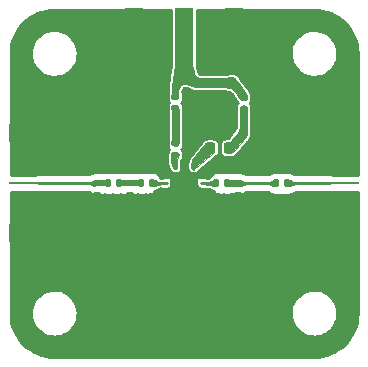
<source format=gbr>
%TF.GenerationSoftware,KiCad,Pcbnew,6.0.6*%
%TF.CreationDate,2022-07-25T13:00:03+00:00*%
%TF.ProjectId,QPL9065,51504c39-3036-4352-9e6b-696361645f70,rev?*%
%TF.SameCoordinates,Original*%
%TF.FileFunction,Copper,L1,Top*%
%TF.FilePolarity,Positive*%
%FSLAX46Y46*%
G04 Gerber Fmt 4.6, Leading zero omitted, Abs format (unit mm)*
G04 Created by KiCad (PCBNEW 6.0.6) date 2022-07-25 13:00:03*
%MOMM*%
%LPD*%
G01*
G04 APERTURE LIST*
G04 Aperture macros list*
%AMRoundRect*
0 Rectangle with rounded corners*
0 $1 Rounding radius*
0 $2 $3 $4 $5 $6 $7 $8 $9 X,Y pos of 4 corners*
0 Add a 4 corners polygon primitive as box body*
4,1,4,$2,$3,$4,$5,$6,$7,$8,$9,$2,$3,0*
0 Add four circle primitives for the rounded corners*
1,1,$1+$1,$2,$3*
1,1,$1+$1,$4,$5*
1,1,$1+$1,$6,$7*
1,1,$1+$1,$8,$9*
0 Add four rect primitives between the rounded corners*
20,1,$1+$1,$2,$3,$4,$5,0*
20,1,$1+$1,$4,$5,$6,$7,0*
20,1,$1+$1,$6,$7,$8,$9,0*
20,1,$1+$1,$8,$9,$2,$3,0*%
%AMFreePoly0*
4,1,14,1.135355,1.135355,1.150000,1.100000,1.150000,-1.100000,1.135355,-1.135355,1.100000,-1.150000,-1.100000,-1.150000,-1.135355,-1.135355,-1.150000,-1.100000,-1.150000,0.800000,-1.135355,0.835355,-0.835355,1.135355,-0.800000,1.150000,1.100000,1.150000,1.135355,1.135355,1.135355,1.135355,$1*%
G04 Aperture macros list end*
%TA.AperFunction,SMDPad,CuDef*%
%ADD10RoundRect,0.147500X-0.147500X-0.172500X0.147500X-0.172500X0.147500X0.172500X-0.147500X0.172500X0*%
%TD*%
%TA.AperFunction,SMDPad,CuDef*%
%ADD11RoundRect,0.218750X-0.218750X-0.256250X0.218750X-0.256250X0.218750X0.256250X-0.218750X0.256250X0*%
%TD*%
%TA.AperFunction,SMDPad,CuDef*%
%ADD12RoundRect,0.147500X0.172500X-0.147500X0.172500X0.147500X-0.172500X0.147500X-0.172500X-0.147500X0*%
%TD*%
%TA.AperFunction,SMDPad,CuDef*%
%ADD13R,5.080000X0.200000*%
%TD*%
%TA.AperFunction,SMDPad,CuDef*%
%ADD14R,5.080000X1.500000*%
%TD*%
%TA.AperFunction,SMDPad,CuDef*%
%ADD15RoundRect,0.147500X-0.172500X0.147500X-0.172500X-0.147500X0.172500X-0.147500X0.172500X0.147500X0*%
%TD*%
%TA.AperFunction,SMDPad,CuDef*%
%ADD16RoundRect,0.147500X0.147500X0.172500X-0.147500X0.172500X-0.147500X-0.172500X0.147500X-0.172500X0*%
%TD*%
%TA.AperFunction,SMDPad,CuDef*%
%ADD17R,0.530000X0.250000*%
%TD*%
%TA.AperFunction,SMDPad,CuDef*%
%ADD18R,0.250000X0.530000*%
%TD*%
%TA.AperFunction,SMDPad,CuDef*%
%ADD19FreePoly0,0.000000*%
%TD*%
%TA.AperFunction,SMDPad,CuDef*%
%ADD20R,1.500000X5.080000*%
%TD*%
%TA.AperFunction,ViaPad*%
%ADD21C,0.500000*%
%TD*%
%TA.AperFunction,Conductor*%
%ADD22C,0.508000*%
%TD*%
%TA.AperFunction,Conductor*%
%ADD23C,0.225000*%
%TD*%
%TA.AperFunction,Conductor*%
%ADD24C,0.250000*%
%TD*%
%TA.AperFunction,Conductor*%
%ADD25C,0.600000*%
%TD*%
%TA.AperFunction,Conductor*%
%ADD26C,0.100000*%
%TD*%
%TA.AperFunction,Conductor*%
%ADD27C,0.254000*%
%TD*%
%TA.AperFunction,Conductor*%
%ADD28C,0.025400*%
%TD*%
G04 APERTURE END LIST*
D10*
%TO.P,C5,1*%
%TO.N,Net-(C5-Pad1)*%
X155050000Y-89700000D03*
%TO.P,C5,2*%
%TO.N,GND*%
X156020000Y-89700000D03*
%TD*%
%TO.P,C6,1*%
%TO.N,Net-(C5-Pad1)*%
X155050000Y-88700000D03*
%TO.P,C6,2*%
%TO.N,GND*%
X156020000Y-88700000D03*
%TD*%
%TO.P,C7,1*%
%TO.N,Net-(C7-Pad1)*%
X149250000Y-88650000D03*
%TO.P,C7,2*%
%TO.N,GND*%
X150220000Y-88650000D03*
%TD*%
%TO.P,C8,1*%
%TO.N,Net-(C7-Pad1)*%
X149250000Y-89650000D03*
%TO.P,C8,2*%
%TO.N,GND*%
X150220000Y-89650000D03*
%TD*%
D11*
%TO.P,C12,1*%
%TO.N,VDC*%
X154000000Y-85500000D03*
%TO.P,C12,2*%
%TO.N,GND*%
X155575000Y-85500000D03*
%TD*%
D12*
%TO.P,L2,1,1*%
%TO.N,Net-(L2-Pad1)*%
X149250000Y-91600000D03*
%TO.P,L2,2,2*%
%TO.N,Net-(C7-Pad1)*%
X149250000Y-90630000D03*
%TD*%
D11*
%TO.P,L5,1,1*%
%TO.N,Net-(L5-Pad1)*%
X152200000Y-91000000D03*
%TO.P,L5,2,2*%
%TO.N,Net-(C5-Pad1)*%
X153775000Y-91000000D03*
%TD*%
D13*
%TO.P,J1,1,In*%
%TO.N,/RFin*%
X137700000Y-94000000D03*
D14*
%TO.P,J1,2,Ext*%
%TO.N,GND*%
X137700000Y-98250000D03*
X137700000Y-89750000D03*
%TD*%
D13*
%TO.P,J2,1,In*%
%TO.N,/RFout*%
X162235000Y-94000000D03*
D14*
%TO.P,J2,2,Ext*%
%TO.N,GND*%
X162235000Y-98250000D03*
X162235000Y-89750000D03*
%TD*%
D12*
%TO.P,R1,1*%
%TO.N,Net-(C5-Pad1)*%
X155050000Y-87685000D03*
%TO.P,R1,2*%
%TO.N,VDC*%
X155050000Y-86715000D03*
%TD*%
D15*
%TO.P,R2,1*%
%TO.N,VDC*%
X149250000Y-86680000D03*
%TO.P,R2,2*%
%TO.N,Net-(C7-Pad1)*%
X149250000Y-87650000D03*
%TD*%
D10*
%TO.P,C2,1*%
%TO.N,Net-(C2-Pad1)*%
X157780000Y-94000000D03*
%TO.P,C2,2*%
%TO.N,/RFout*%
X158750000Y-94000000D03*
%TD*%
D16*
%TO.P,R9,1*%
%TO.N,Net-(C2-Pad1)*%
X153640000Y-94000000D03*
%TO.P,R9,2*%
%TO.N,Net-(R9-Pad2)*%
X152670000Y-94000000D03*
%TD*%
D12*
%TO.P,R10,1*%
%TO.N,GND*%
X154570000Y-94970000D03*
%TO.P,R10,2*%
%TO.N,Net-(C2-Pad1)*%
X154570000Y-94000000D03*
%TD*%
%TO.P,C1,1*%
%TO.N,GND*%
X142630000Y-94970000D03*
%TO.P,C1,2*%
%TO.N,/RFin*%
X142630000Y-94000000D03*
%TD*%
D10*
%TO.P,C9,1*%
%TO.N,Net-(C9-Pad1)*%
X146350000Y-94000000D03*
%TO.P,C9,2*%
%TO.N,Net-(C9-Pad2)*%
X147320000Y-94000000D03*
%TD*%
D16*
%TO.P,L1,1,1*%
%TO.N,Net-(C9-Pad1)*%
X144515000Y-94000000D03*
%TO.P,L1,2,2*%
%TO.N,/RFin*%
X143545000Y-94000000D03*
%TD*%
D15*
%TO.P,L4,1,1*%
%TO.N,Net-(C9-Pad1)*%
X145430000Y-94000000D03*
%TO.P,L4,2,2*%
%TO.N,GND*%
X145430000Y-94970000D03*
%TD*%
D17*
%TO.P,U1,1,GND*%
%TO.N,GND*%
X148350000Y-93500000D03*
%TO.P,U1,2,RF_in*%
%TO.N,Net-(C9-Pad2)*%
X148350000Y-94000000D03*
%TO.P,U1,3,GND*%
%TO.N,GND*%
X148350000Y-94500000D03*
%TO.P,U1,4,GND*%
X148350000Y-95000000D03*
D18*
%TO.P,U1,5,VPD1*%
X149260000Y-95940000D03*
%TO.P,U1,6,VPD2*%
X149760000Y-95940000D03*
%TO.P,U1,7,GND*%
X150260000Y-95940000D03*
%TO.P,U1,8,Vbyp*%
X150760000Y-95940000D03*
D17*
%TO.P,U1,9,GND*%
X151670000Y-95000000D03*
%TO.P,U1,10,GND*%
X151670000Y-94500000D03*
%TO.P,U1,11,RF_out*%
%TO.N,Net-(R9-Pad2)*%
X151670000Y-94000000D03*
%TO.P,U1,12,GND*%
%TO.N,GND*%
X151670000Y-93500000D03*
D18*
%TO.P,U1,13,VDD2*%
%TO.N,Net-(L5-Pad1)*%
X150760000Y-92560000D03*
%TO.P,U1,14,GND*%
%TO.N,GND*%
X150260000Y-92560000D03*
%TO.P,U1,15,GND*%
X149760000Y-92560000D03*
%TO.P,U1,16,VDD1*%
%TO.N,Net-(L2-Pad1)*%
X149260000Y-92560000D03*
D19*
%TO.P,U1,17,GND*%
%TO.N,GND*%
X150010000Y-94250000D03*
%TD*%
D20*
%TO.P,J3,1,In*%
%TO.N,VDC*%
X150000000Y-81715000D03*
%TO.P,J3,2,Ext*%
%TO.N,GND*%
X145750000Y-81715000D03*
X154250000Y-81715000D03*
%TD*%
D21*
%TO.N,GND*%
X137700000Y-94950000D03*
X141035714Y-80750000D03*
X143304999Y-96854999D03*
X160000000Y-96750000D03*
X156200000Y-85700000D03*
X144000000Y-92900000D03*
X135600000Y-94950000D03*
X138500000Y-96750000D03*
X145442920Y-108250000D03*
X142604999Y-105954999D03*
X142604999Y-82154999D03*
X155450000Y-93100000D03*
X148400000Y-96000000D03*
X143300000Y-92900000D03*
X159620501Y-108250000D03*
X158900000Y-92900000D03*
X148500000Y-80250000D03*
X137821428Y-80750000D03*
X148500000Y-79500000D03*
X135600000Y-93050000D03*
X154557079Y-108250000D03*
X160804999Y-99654999D03*
X144430235Y-108250000D03*
X135500000Y-91500000D03*
X160300000Y-94900000D03*
X157595132Y-108250000D03*
X154076923Y-107250000D03*
X145404999Y-98254999D03*
X136750000Y-99500000D03*
X163250000Y-83857142D03*
X159200000Y-87800000D03*
X141204999Y-103854999D03*
X153104999Y-96854999D03*
X148250000Y-86750000D03*
X154100000Y-89350000D03*
X148500000Y-83250000D03*
X161500000Y-96750000D03*
X164500000Y-91500000D03*
X164250000Y-99500000D03*
X138354129Y-108250000D03*
X136300000Y-94950000D03*
X153750000Y-84500000D03*
X152531710Y-108250000D03*
X151500000Y-80250000D03*
X153175000Y-92875000D03*
X148250000Y-89000000D03*
X151500000Y-82500000D03*
X164250000Y-88000000D03*
X137750000Y-96750000D03*
X156750000Y-90250000D03*
X150506342Y-108250000D03*
X138404999Y-99654999D03*
X135750000Y-100512684D03*
X146100000Y-95100000D03*
X152000000Y-86400000D03*
X146100000Y-92900000D03*
X141149612Y-79750000D03*
X153000000Y-82500000D03*
X137769230Y-107250000D03*
X140000000Y-90750000D03*
X148500000Y-81750000D03*
X149604999Y-101054999D03*
X152750000Y-95100000D03*
X150150000Y-91750000D03*
X155096153Y-107250000D03*
X144903846Y-107250000D03*
X140500000Y-94950000D03*
X149500000Y-96600000D03*
X151004999Y-98254999D03*
X164250000Y-85933075D03*
X141204999Y-98254999D03*
X136300000Y-93050000D03*
X150100000Y-86700000D03*
X144004999Y-103154999D03*
X148250000Y-87500000D03*
X155750000Y-80750000D03*
X144000000Y-95100000D03*
X148500000Y-84000000D03*
X135750000Y-83866150D03*
X151800000Y-96000000D03*
X135750000Y-85933075D03*
X158704999Y-84254999D03*
X135750000Y-86966537D03*
X158704999Y-101754999D03*
X157134615Y-107250000D03*
X151500000Y-83250000D03*
X151500000Y-90250000D03*
X149400000Y-93650000D03*
X146000000Y-91750000D03*
X147000000Y-83250000D03*
X139082687Y-79750000D03*
X161700000Y-94900000D03*
X154250000Y-87350000D03*
X151000000Y-90750000D03*
X157850000Y-87200000D03*
X145923076Y-107250000D03*
X163250000Y-106142857D03*
X157150000Y-86200000D03*
X154750000Y-92000000D03*
X158200000Y-95125000D03*
X141904999Y-89154999D03*
X139250000Y-90750000D03*
X150150000Y-96600000D03*
X148500000Y-84600000D03*
X156500000Y-88000000D03*
X159883849Y-79750000D03*
X147000000Y-79500000D03*
X151500000Y-84000000D03*
X147000000Y-82500000D03*
X161950774Y-79750000D03*
X164250000Y-81799225D03*
X136750000Y-100607142D03*
X151500000Y-81000000D03*
X145400000Y-95450000D03*
X150304999Y-103854999D03*
X146800000Y-92900000D03*
X164250000Y-100512684D03*
X164500000Y-96000000D03*
X152250000Y-79500000D03*
X163000000Y-96750000D03*
X136750000Y-83857142D03*
X162400000Y-93100000D03*
X163250000Y-105035714D03*
X151500000Y-79500000D03*
X150800000Y-89200000D03*
X136750000Y-107250000D03*
X148500000Y-85250000D03*
X155750000Y-82750000D03*
X158850387Y-79750000D03*
X152404999Y-100354999D03*
X136750000Y-80750000D03*
X156821428Y-80750000D03*
X160300000Y-93100000D03*
X150100000Y-88700000D03*
X154000000Y-95100000D03*
X144250000Y-84750000D03*
X148250000Y-91250000D03*
X158964285Y-80750000D03*
X138400000Y-94950000D03*
X144250000Y-79750000D03*
X155750000Y-81750000D03*
X151200000Y-86400000D03*
X148500000Y-82500000D03*
X154600000Y-92875000D03*
X150100000Y-90100000D03*
X147000000Y-81750000D03*
X136250000Y-90750000D03*
X139800000Y-93050000D03*
X162178571Y-80750000D03*
X136750000Y-85928571D03*
X152250000Y-84250000D03*
X155204999Y-101754999D03*
X161000000Y-94900000D03*
X156200000Y-85100000D03*
X163800000Y-94900000D03*
X150000000Y-94250000D03*
X142600000Y-92900000D03*
X152450000Y-92150000D03*
X148980769Y-107250000D03*
X151704999Y-105954999D03*
X163000000Y-90750000D03*
X156400000Y-91800000D03*
X152200000Y-95350000D03*
X136750000Y-81785714D03*
X154950000Y-91450000D03*
X148250000Y-89750000D03*
X145250000Y-84750000D03*
X135750000Y-103550737D03*
X135750000Y-105576106D03*
X153900000Y-86850000D03*
X160104999Y-86354999D03*
X147500000Y-95050000D03*
X136750000Y-102821428D03*
X147000000Y-80250000D03*
X153500000Y-86400000D03*
X163250000Y-85928571D03*
X138049225Y-79750000D03*
X151019230Y-107250000D03*
X154600000Y-95500000D03*
X139366814Y-108250000D03*
X160917312Y-79750000D03*
X136750000Y-88000000D03*
X146455604Y-108250000D03*
X139100000Y-94950000D03*
X149400000Y-94850000D03*
X163750000Y-96750000D03*
X141392182Y-108250000D03*
X161211538Y-107250000D03*
X136750000Y-86964285D03*
X136750000Y-82821428D03*
X135750000Y-84899612D03*
X148250000Y-90500000D03*
X159600000Y-93100000D03*
X135500000Y-90750000D03*
X136750000Y-84892857D03*
X135750000Y-82832687D03*
X135750000Y-88000000D03*
X156604999Y-103854999D03*
X153000000Y-81000000D03*
X144700000Y-92900000D03*
X140000000Y-96750000D03*
X140379498Y-108250000D03*
X163750000Y-90750000D03*
X161000000Y-93100000D03*
X144250000Y-81750000D03*
X156850000Y-84200000D03*
X153057692Y-107250000D03*
X139800000Y-94950000D03*
X157304999Y-82154999D03*
X156604999Y-96854999D03*
X142183075Y-79750000D03*
X161700000Y-93100000D03*
X141846153Y-107250000D03*
X164250000Y-82832687D03*
X138500000Y-90750000D03*
X163250000Y-99500000D03*
X160000000Y-90750000D03*
X155750000Y-83750000D03*
X149400000Y-94250000D03*
X136750000Y-106142857D03*
X144250000Y-83750000D03*
X163100000Y-93100000D03*
X154600000Y-84500000D03*
X152038461Y-107250000D03*
X153000000Y-83250000D03*
X148800000Y-96600000D03*
X150600000Y-94850000D03*
X163250000Y-103928571D03*
X143300000Y-95100000D03*
X153000000Y-81750000D03*
X155400000Y-84500000D03*
X153250000Y-92000000D03*
X153000000Y-79500000D03*
X148480973Y-108250000D03*
X163250000Y-88000000D03*
X140116150Y-79750000D03*
X138788461Y-107250000D03*
X143417551Y-108250000D03*
X164250000Y-102538053D03*
X160192307Y-107250000D03*
X156783462Y-79750000D03*
X150800000Y-88200000D03*
X147000000Y-81000000D03*
X150200000Y-86100000D03*
X140826923Y-107250000D03*
X148250000Y-86000000D03*
X155400000Y-90950000D03*
X163800000Y-93100000D03*
X147000000Y-84000000D03*
X152475000Y-92875000D03*
X138400000Y-93050000D03*
X147504999Y-103154999D03*
X135750000Y-102538053D03*
X152250000Y-90000000D03*
X157500000Y-95125000D03*
X157304999Y-99654999D03*
X139804999Y-87754999D03*
X156000000Y-90750000D03*
X139250000Y-96750000D03*
X136250000Y-96750000D03*
X145404999Y-105254999D03*
X135500000Y-96750000D03*
X164250000Y-84899612D03*
X164500000Y-90750000D03*
X156115384Y-107250000D03*
X147468289Y-108250000D03*
X141900000Y-93050000D03*
X164250000Y-104563421D03*
X151500000Y-81750000D03*
X136750000Y-103928571D03*
X145400000Y-92900000D03*
X150100000Y-87300000D03*
X144250000Y-82750000D03*
X150000000Y-94850000D03*
X153875000Y-92875000D03*
X137000000Y-94950000D03*
X136750000Y-101714285D03*
X164250000Y-103550737D03*
X151519026Y-108250000D03*
X150600000Y-94250000D03*
X140504999Y-101054999D03*
X156150000Y-94900000D03*
X148250000Y-92000000D03*
X137750000Y-90750000D03*
X162230769Y-107250000D03*
X153000000Y-90000000D03*
X154250000Y-88000000D03*
X140500000Y-93050000D03*
X164250000Y-105576106D03*
X135500000Y-96000000D03*
X143304999Y-100354999D03*
X158004999Y-105954999D03*
X163250000Y-84892857D03*
X158200000Y-92900000D03*
X163250000Y-101714285D03*
X156850000Y-94900000D03*
X163250000Y-81785714D03*
X156000000Y-87500000D03*
X161645870Y-108250000D03*
X152750000Y-86400000D03*
X163250000Y-100607142D03*
X150500000Y-91250000D03*
X156750000Y-88750000D03*
X151400000Y-96600000D03*
X156850000Y-93100000D03*
X154250000Y-88750000D03*
X147961538Y-107250000D03*
X164500000Y-96750000D03*
X162400000Y-87700000D03*
X143884615Y-107250000D03*
X155569764Y-108250000D03*
X163250000Y-80750000D03*
X153350000Y-95100000D03*
X135750000Y-101525368D03*
X137000000Y-90750000D03*
X160750000Y-90750000D03*
X148500000Y-81000000D03*
X163250000Y-107250000D03*
X141904999Y-85654999D03*
X139964285Y-80750000D03*
X139100000Y-93050000D03*
X142865384Y-107250000D03*
X148100000Y-92950000D03*
X138404999Y-85654999D03*
X150000000Y-93650000D03*
X162400000Y-94900000D03*
X146800000Y-95100000D03*
X161500000Y-90750000D03*
X147500000Y-92900000D03*
X147950000Y-95550000D03*
X159173076Y-107250000D03*
X164250000Y-86966537D03*
X150600000Y-93650000D03*
X146104999Y-101054999D03*
X160035714Y-80750000D03*
X151825000Y-92950000D03*
X153104999Y-103154999D03*
X157892857Y-80750000D03*
X137000000Y-96750000D03*
X158607817Y-108250000D03*
X150800000Y-96600000D03*
X146942307Y-107250000D03*
X141200000Y-93050000D03*
X157816924Y-79750000D03*
X139807692Y-107250000D03*
X137700000Y-93050000D03*
X153000000Y-80250000D03*
X156582448Y-108250000D03*
X163100000Y-94900000D03*
X155425000Y-94900000D03*
X153544395Y-108250000D03*
X142107142Y-80750000D03*
X162000000Y-101800000D03*
X150000000Y-107250000D03*
X148204999Y-98954999D03*
X158200000Y-89600000D03*
X141850000Y-94950000D03*
X156750000Y-89500000D03*
X149493657Y-108250000D03*
X162250000Y-96750000D03*
X158900000Y-95125000D03*
X153000000Y-84000000D03*
X164250000Y-101525368D03*
X163250000Y-82821428D03*
X135750000Y-99500000D03*
X161107142Y-80750000D03*
X144250000Y-87000000D03*
X147750000Y-84250000D03*
X135750000Y-81799225D03*
X156150000Y-93100000D03*
X146250000Y-84750000D03*
X154504999Y-98954999D03*
X144000000Y-90500000D03*
X150100000Y-90800000D03*
X137000000Y-93050000D03*
X164250000Y-83866150D03*
X144700000Y-95100000D03*
X138892857Y-80750000D03*
X154000000Y-92000000D03*
X159600000Y-94900000D03*
X148250000Y-88250000D03*
X163250000Y-86964285D03*
X158153846Y-107250000D03*
X156000000Y-86750000D03*
X135750000Y-104563421D03*
X143178571Y-80750000D03*
X153700000Y-89850000D03*
X148204999Y-105954999D03*
X160633185Y-108250000D03*
X146250000Y-88500000D03*
X144250000Y-80750000D03*
X147750000Y-79500000D03*
X160750000Y-96750000D03*
X143216537Y-79750000D03*
X157500000Y-92900000D03*
X163250000Y-102821428D03*
X136750000Y-105035714D03*
X142404867Y-108250000D03*
X141200000Y-94950000D03*
X142600000Y-95450000D03*
X155750000Y-79750000D03*
X162250000Y-90750000D03*
X154504999Y-105254999D03*
%TD*%
D22*
%TO.N,/RFin*%
X142630000Y-94000000D02*
X143545000Y-94000000D01*
D23*
X137600000Y-94000000D02*
X142630000Y-94000000D01*
%TO.N,/RFout*%
X158750000Y-94000000D02*
X162400000Y-94000000D01*
%TO.N,Net-(C2-Pad1)*%
X154850000Y-94000000D02*
X157710000Y-94000000D01*
D24*
X154570000Y-94000000D02*
X154850000Y-94000000D01*
D25*
X153640000Y-94000000D02*
X154570000Y-94000000D01*
D24*
%TO.N,Net-(R9-Pad2)*%
X152375000Y-94000000D02*
X152670000Y-94000000D01*
D23*
X151475000Y-94000000D02*
X152375000Y-94000000D01*
D22*
%TO.N,Net-(C9-Pad1)*%
X146350000Y-94000000D02*
X145430000Y-94000000D01*
X144515000Y-94000000D02*
X145430000Y-94000000D01*
D23*
%TO.N,Net-(C9-Pad2)*%
X147320000Y-94000000D02*
X148525000Y-94000000D01*
%TD*%
%TO.N,GND*%
D26*
X137510375Y-94660461D02*
X137522560Y-94662000D01*
X141978165Y-94662000D01*
X141980892Y-94664581D01*
X141981515Y-94665161D01*
X141994430Y-94676965D01*
X142000620Y-94681773D01*
X142016440Y-94692146D01*
X142022532Y-94698238D01*
X142032237Y-94705766D01*
X142082981Y-94735776D01*
X142120823Y-94760588D01*
X142126928Y-94763995D01*
X142144959Y-94772430D01*
X142173161Y-94789108D01*
X142184432Y-94793985D01*
X142341654Y-94839663D01*
X142351481Y-94841458D01*
X142388216Y-94844349D01*
X142392060Y-94844500D01*
X142618228Y-94844500D01*
X142628632Y-94848981D01*
X143311933Y-94868067D01*
X143328215Y-94869349D01*
X143332060Y-94869500D01*
X143363212Y-94869500D01*
X143523632Y-94873981D01*
X143525000Y-94874000D01*
X147310000Y-94874000D01*
X147320864Y-94869500D01*
X147532940Y-94869500D01*
X147536784Y-94869349D01*
X147573519Y-94866458D01*
X147583346Y-94864663D01*
X147740568Y-94818985D01*
X147751840Y-94814107D01*
X147892763Y-94730766D01*
X147902468Y-94723238D01*
X147946447Y-94679259D01*
X147947200Y-94679037D01*
X147947734Y-94678606D01*
X147958697Y-94677219D01*
X147990689Y-94675053D01*
X148000826Y-94673284D01*
X148007155Y-94671478D01*
X148032330Y-94674213D01*
X148037623Y-94674500D01*
X148125000Y-94674500D01*
X148125000Y-95462500D01*
X135549500Y-95450523D01*
X135549500Y-94649500D01*
X137467683Y-94649500D01*
X137510375Y-94660461D01*
X137510375Y-94660461D02*
X137467683Y-94649500D01*
%TA.AperFunction,Conductor*%
G36*
X137510375Y-94660461D02*
G01*
X137522560Y-94662000D01*
X141978165Y-94662000D01*
X141980892Y-94664581D01*
X141981515Y-94665161D01*
X141994430Y-94676965D01*
X142000620Y-94681773D01*
X142016440Y-94692146D01*
X142022532Y-94698238D01*
X142032237Y-94705766D01*
X142082981Y-94735776D01*
X142120823Y-94760588D01*
X142126928Y-94763995D01*
X142144959Y-94772430D01*
X142173161Y-94789108D01*
X142184432Y-94793985D01*
X142341654Y-94839663D01*
X142351481Y-94841458D01*
X142388216Y-94844349D01*
X142392060Y-94844500D01*
X142618228Y-94844500D01*
X142628632Y-94848981D01*
X143311933Y-94868067D01*
X143328215Y-94869349D01*
X143332060Y-94869500D01*
X143363212Y-94869500D01*
X143523632Y-94873981D01*
X143525000Y-94874000D01*
X147310000Y-94874000D01*
X147320864Y-94869500D01*
X147532940Y-94869500D01*
X147536784Y-94869349D01*
X147573519Y-94866458D01*
X147583346Y-94864663D01*
X147740568Y-94818985D01*
X147751840Y-94814107D01*
X147892763Y-94730766D01*
X147902468Y-94723238D01*
X147946447Y-94679259D01*
X147947200Y-94679037D01*
X147947734Y-94678606D01*
X147958697Y-94677219D01*
X147990689Y-94675053D01*
X148000826Y-94673284D01*
X148007155Y-94671478D01*
X148032330Y-94674213D01*
X148037623Y-94674500D01*
X148125000Y-94674500D01*
X148125000Y-95462500D01*
X135549500Y-95450523D01*
X135549500Y-94649500D01*
X137467683Y-94649500D01*
X137510375Y-94660461D01*
G37*
%TD.AperFunction*%
X148125000Y-93325501D02*
X148037624Y-93325501D01*
X148032333Y-93325788D01*
X147994050Y-93329946D01*
X147958096Y-93323394D01*
X147957968Y-93324097D01*
X147954642Y-93322280D01*
X147949603Y-93321735D01*
X147948157Y-93320377D01*
X147941472Y-93315111D01*
X147939570Y-93313864D01*
X147902468Y-93276762D01*
X147892763Y-93269234D01*
X147751840Y-93185893D01*
X147740568Y-93181015D01*
X147583346Y-93135337D01*
X147573519Y-93133542D01*
X147536784Y-93130651D01*
X147532940Y-93130500D01*
X147320864Y-93130500D01*
X147310000Y-93126000D01*
X143550000Y-93126000D01*
X143548669Y-93126018D01*
X143383731Y-93130500D01*
X143332060Y-93130500D01*
X143328216Y-93130651D01*
X143301868Y-93132724D01*
X142628669Y-93151018D01*
X142618629Y-93155500D01*
X142392060Y-93155500D01*
X142388216Y-93155651D01*
X142351481Y-93158542D01*
X142341654Y-93160337D01*
X142184432Y-93206015D01*
X142173160Y-93210893D01*
X142144964Y-93227568D01*
X142126907Y-93236016D01*
X142126144Y-93236381D01*
X142110461Y-93244051D01*
X142103720Y-93248046D01*
X142069676Y-93272092D01*
X142032237Y-93294234D01*
X142022532Y-93301762D01*
X142010169Y-93314125D01*
X141994161Y-93325432D01*
X141994769Y-93326293D01*
X141992622Y-93326924D01*
X141992431Y-93326654D01*
X141991640Y-93327213D01*
X141991540Y-93327242D01*
X141991135Y-93327570D01*
X141986315Y-93330974D01*
X141980909Y-93335403D01*
X141978164Y-93338000D01*
X137561435Y-93338000D01*
X137555293Y-93338386D01*
X137459398Y-93350501D01*
X135549500Y-93350501D01*
X135549500Y-92400000D01*
X148125000Y-92400000D01*
X148125000Y-93325501D01*
X148125000Y-93325501D02*
X148125000Y-92400000D01*
%TA.AperFunction,Conductor*%
G36*
X148125000Y-93325501D02*
G01*
X148037624Y-93325501D01*
X148032333Y-93325788D01*
X147994050Y-93329946D01*
X147958096Y-93323394D01*
X147957968Y-93324097D01*
X147954642Y-93322280D01*
X147949603Y-93321735D01*
X147948157Y-93320377D01*
X147941472Y-93315111D01*
X147939570Y-93313864D01*
X147902468Y-93276762D01*
X147892763Y-93269234D01*
X147751840Y-93185893D01*
X147740568Y-93181015D01*
X147583346Y-93135337D01*
X147573519Y-93133542D01*
X147536784Y-93130651D01*
X147532940Y-93130500D01*
X147320864Y-93130500D01*
X147310000Y-93126000D01*
X143550000Y-93126000D01*
X143548669Y-93126018D01*
X143383731Y-93130500D01*
X143332060Y-93130500D01*
X143328216Y-93130651D01*
X143301868Y-93132724D01*
X142628669Y-93151018D01*
X142618629Y-93155500D01*
X142392060Y-93155500D01*
X142388216Y-93155651D01*
X142351481Y-93158542D01*
X142341654Y-93160337D01*
X142184432Y-93206015D01*
X142173160Y-93210893D01*
X142144964Y-93227568D01*
X142126907Y-93236016D01*
X142126144Y-93236381D01*
X142110461Y-93244051D01*
X142103720Y-93248046D01*
X142069676Y-93272092D01*
X142032237Y-93294234D01*
X142022532Y-93301762D01*
X142010169Y-93314125D01*
X141994161Y-93325432D01*
X141994769Y-93326293D01*
X141992622Y-93326924D01*
X141992431Y-93326654D01*
X141991640Y-93327213D01*
X141991540Y-93327242D01*
X141991135Y-93327570D01*
X141986315Y-93330974D01*
X141980909Y-93335403D01*
X141978164Y-93338000D01*
X137561435Y-93338000D01*
X137555293Y-93338386D01*
X137459398Y-93350501D01*
X135549500Y-93350501D01*
X135549500Y-92400000D01*
X148125000Y-92400000D01*
X148125000Y-93325501D01*
G37*
%TD.AperFunction*%
%TD*%
%TO.N,GND*%
X164450500Y-95498683D02*
X163796456Y-95496234D01*
X163796453Y-95496234D01*
X158317865Y-95475722D01*
X158126864Y-95475007D01*
X158125000Y-95475002D01*
X158123128Y-95475000D01*
X151875000Y-95475000D01*
X151875000Y-94681327D01*
X151927639Y-94683955D01*
X151989259Y-94689522D01*
X152039153Y-94696426D01*
X152043105Y-94697202D01*
X152043105Y-94697203D01*
X152059229Y-94700370D01*
X152059230Y-94700370D01*
X152065992Y-94701698D01*
X152087532Y-94723238D01*
X152097237Y-94730766D01*
X152238160Y-94814107D01*
X152249432Y-94818985D01*
X152406654Y-94864663D01*
X152416481Y-94866458D01*
X152453216Y-94869349D01*
X152457060Y-94869500D01*
X152614382Y-94869500D01*
X152625355Y-94873999D01*
X153410051Y-94868313D01*
X153423217Y-94869349D01*
X153427060Y-94869500D01*
X153852940Y-94869500D01*
X153856784Y-94869349D01*
X153893519Y-94866458D01*
X153902921Y-94864741D01*
X154350355Y-94861499D01*
X154378738Y-94849500D01*
X154615155Y-94849500D01*
X154620617Y-94849195D01*
X154662474Y-94844500D01*
X154807940Y-94844500D01*
X154811784Y-94844349D01*
X154848519Y-94841458D01*
X154858346Y-94839663D01*
X155015568Y-94793985D01*
X155026840Y-94789108D01*
X155042202Y-94780023D01*
X155044287Y-94779287D01*
X155065371Y-94770104D01*
X155067350Y-94769189D01*
X155076740Y-94764592D01*
X155076685Y-94764479D01*
X155081969Y-94762013D01*
X155081976Y-94762028D01*
X155082777Y-94761636D01*
X155084474Y-94760844D01*
X155084710Y-94760690D01*
X155107718Y-94749426D01*
X155115537Y-94744644D01*
X155159148Y-94711998D01*
X155174000Y-94702281D01*
X155177213Y-94701646D01*
X155192503Y-94691456D01*
X155194227Y-94690577D01*
X155209156Y-94684764D01*
X155237525Y-94676403D01*
X155278880Y-94667382D01*
X155299430Y-94664199D01*
X155299434Y-94664199D01*
X155313632Y-94662000D01*
X157127920Y-94662000D01*
X157130206Y-94663488D01*
X157132526Y-94665308D01*
X157133899Y-94666593D01*
X157134501Y-94667147D01*
X157146950Y-94678421D01*
X157153135Y-94683183D01*
X157165544Y-94691250D01*
X157197532Y-94723238D01*
X157207237Y-94730766D01*
X157348160Y-94814107D01*
X157359432Y-94818985D01*
X157516654Y-94864663D01*
X157526481Y-94866458D01*
X157563216Y-94869349D01*
X157567060Y-94869500D01*
X157764136Y-94869500D01*
X157775000Y-94874000D01*
X158650000Y-94874000D01*
X158660864Y-94869500D01*
X158962940Y-94869500D01*
X158966784Y-94869349D01*
X159003519Y-94866458D01*
X159013346Y-94864663D01*
X159170568Y-94818985D01*
X159181840Y-94814107D01*
X159322763Y-94730766D01*
X159332468Y-94723238D01*
X159360627Y-94695079D01*
X159373369Y-94690117D01*
X159401738Y-94681756D01*
X159443093Y-94672735D01*
X159463643Y-94669552D01*
X159463647Y-94669552D01*
X159485942Y-94666099D01*
X159496810Y-94664416D01*
X159520550Y-94662000D01*
X162438565Y-94662000D01*
X162444707Y-94661614D01*
X162540602Y-94649499D01*
X164450500Y-94649499D01*
X164450500Y-95498683D01*
X164450500Y-95498683D02*
X164450500Y-94649499D01*
%TA.AperFunction,Conductor*%
G36*
X164450500Y-95498683D02*
G01*
X163796456Y-95496234D01*
X163796453Y-95496234D01*
X158317865Y-95475722D01*
X158126864Y-95475007D01*
X158125000Y-95475002D01*
X158123128Y-95475000D01*
X151875000Y-95475000D01*
X151875000Y-94681327D01*
X151927639Y-94683955D01*
X151989259Y-94689522D01*
X152039153Y-94696426D01*
X152043105Y-94697202D01*
X152043105Y-94697203D01*
X152059229Y-94700370D01*
X152059230Y-94700370D01*
X152065992Y-94701698D01*
X152087532Y-94723238D01*
X152097237Y-94730766D01*
X152238160Y-94814107D01*
X152249432Y-94818985D01*
X152406654Y-94864663D01*
X152416481Y-94866458D01*
X152453216Y-94869349D01*
X152457060Y-94869500D01*
X152614382Y-94869500D01*
X152625355Y-94873999D01*
X153410051Y-94868313D01*
X153423217Y-94869349D01*
X153427060Y-94869500D01*
X153852940Y-94869500D01*
X153856784Y-94869349D01*
X153893519Y-94866458D01*
X153902921Y-94864741D01*
X154350355Y-94861499D01*
X154378738Y-94849500D01*
X154615155Y-94849500D01*
X154620617Y-94849195D01*
X154662474Y-94844500D01*
X154807940Y-94844500D01*
X154811784Y-94844349D01*
X154848519Y-94841458D01*
X154858346Y-94839663D01*
X155015568Y-94793985D01*
X155026840Y-94789108D01*
X155042202Y-94780023D01*
X155044287Y-94779287D01*
X155065371Y-94770104D01*
X155067350Y-94769189D01*
X155076740Y-94764592D01*
X155076685Y-94764479D01*
X155081969Y-94762013D01*
X155081976Y-94762028D01*
X155082777Y-94761636D01*
X155084474Y-94760844D01*
X155084710Y-94760690D01*
X155107718Y-94749426D01*
X155115537Y-94744644D01*
X155159148Y-94711998D01*
X155174000Y-94702281D01*
X155177213Y-94701646D01*
X155192503Y-94691456D01*
X155194227Y-94690577D01*
X155209156Y-94684764D01*
X155237525Y-94676403D01*
X155278880Y-94667382D01*
X155299430Y-94664199D01*
X155299434Y-94664199D01*
X155313632Y-94662000D01*
X157127920Y-94662000D01*
X157130206Y-94663488D01*
X157132526Y-94665308D01*
X157133899Y-94666593D01*
X157134501Y-94667147D01*
X157146950Y-94678421D01*
X157153135Y-94683183D01*
X157165544Y-94691250D01*
X157197532Y-94723238D01*
X157207237Y-94730766D01*
X157348160Y-94814107D01*
X157359432Y-94818985D01*
X157516654Y-94864663D01*
X157526481Y-94866458D01*
X157563216Y-94869349D01*
X157567060Y-94869500D01*
X157764136Y-94869500D01*
X157775000Y-94874000D01*
X158650000Y-94874000D01*
X158660864Y-94869500D01*
X158962940Y-94869500D01*
X158966784Y-94869349D01*
X159003519Y-94866458D01*
X159013346Y-94864663D01*
X159170568Y-94818985D01*
X159181840Y-94814107D01*
X159322763Y-94730766D01*
X159332468Y-94723238D01*
X159360627Y-94695079D01*
X159373369Y-94690117D01*
X159401738Y-94681756D01*
X159443093Y-94672735D01*
X159463643Y-94669552D01*
X159463647Y-94669552D01*
X159485942Y-94666099D01*
X159496810Y-94664416D01*
X159520550Y-94662000D01*
X162438565Y-94662000D01*
X162444707Y-94661614D01*
X162540602Y-94649499D01*
X164450500Y-94649499D01*
X164450500Y-95498683D01*
G37*
%TD.AperFunction*%
X164450500Y-93350500D02*
X162532317Y-93350500D01*
X162489625Y-93339539D01*
X162477440Y-93338000D01*
X159443277Y-93338000D01*
X159443107Y-93337974D01*
X159401738Y-93328950D01*
X159377518Y-93321812D01*
X159332468Y-93276762D01*
X159322763Y-93269234D01*
X159181840Y-93185893D01*
X159170568Y-93181015D01*
X159013346Y-93135337D01*
X159003519Y-93133542D01*
X158966784Y-93130651D01*
X158962940Y-93130500D01*
X158660864Y-93130500D01*
X158650000Y-93126000D01*
X157775000Y-93126000D01*
X157764136Y-93130500D01*
X157567060Y-93130500D01*
X157563216Y-93130651D01*
X157526481Y-93133542D01*
X157516654Y-93135337D01*
X157359432Y-93181015D01*
X157348160Y-93185893D01*
X157207237Y-93269234D01*
X157197532Y-93276762D01*
X157159099Y-93315195D01*
X157150607Y-93321126D01*
X157150965Y-93321639D01*
X157148166Y-93322421D01*
X157143401Y-93326159D01*
X157139350Y-93328988D01*
X157133921Y-93333388D01*
X157132541Y-93334680D01*
X157130200Y-93336516D01*
X157127920Y-93338000D01*
X155313632Y-93338000D01*
X155299434Y-93335801D01*
X155299430Y-93335801D01*
X155278880Y-93332618D01*
X155237525Y-93323597D01*
X155209156Y-93315236D01*
X155194227Y-93309423D01*
X155192503Y-93308544D01*
X155177213Y-93298354D01*
X155172732Y-93297468D01*
X155169403Y-93295351D01*
X155169337Y-93295455D01*
X155167763Y-93294234D01*
X155166103Y-93293252D01*
X155072123Y-93233484D01*
X155065396Y-93229908D01*
X155044310Y-93220723D01*
X155043157Y-93220238D01*
X155041523Y-93219575D01*
X155026839Y-93210892D01*
X155015568Y-93206015D01*
X154858346Y-93160337D01*
X154848519Y-93158542D01*
X154811784Y-93155651D01*
X154807940Y-93155500D01*
X154663382Y-93155500D01*
X154626858Y-93150886D01*
X154620717Y-93150500D01*
X154379028Y-93150500D01*
X154350355Y-93138501D01*
X153902921Y-93135259D01*
X153893519Y-93133542D01*
X153856784Y-93130651D01*
X153852940Y-93130500D01*
X153427060Y-93130500D01*
X153423217Y-93130651D01*
X153410051Y-93131687D01*
X152625355Y-93126001D01*
X152614268Y-93130500D01*
X152457060Y-93130500D01*
X152453216Y-93130651D01*
X152416481Y-93133542D01*
X152406654Y-93135337D01*
X152249432Y-93181015D01*
X152238160Y-93185893D01*
X152097237Y-93269234D01*
X152087532Y-93276762D01*
X152065994Y-93298300D01*
X152059230Y-93299629D01*
X152043105Y-93302796D01*
X152043105Y-93302797D01*
X152039153Y-93303573D01*
X151989259Y-93310477D01*
X151927639Y-93316044D01*
X151875227Y-93318660D01*
X151875363Y-93150000D01*
X153261649Y-91967967D01*
X153393976Y-92011858D01*
X153404408Y-92014095D01*
X153503471Y-92024245D01*
X153508465Y-92024500D01*
X154041534Y-92024499D01*
X154046590Y-92024237D01*
X154146891Y-92013831D01*
X154157342Y-92011574D01*
X154316439Y-91958495D01*
X154326716Y-91953681D01*
X154469336Y-91865425D01*
X154478230Y-91858376D01*
X154491343Y-91845240D01*
X163174896Y-91807370D01*
X163796167Y-91804661D01*
X164450500Y-91801807D01*
X164450500Y-93350500D01*
X164450500Y-93350500D02*
X164450500Y-91801807D01*
%TA.AperFunction,Conductor*%
G36*
X164450500Y-93350500D02*
G01*
X162532317Y-93350500D01*
X162489625Y-93339539D01*
X162477440Y-93338000D01*
X159443277Y-93338000D01*
X159443107Y-93337974D01*
X159401738Y-93328950D01*
X159377518Y-93321812D01*
X159332468Y-93276762D01*
X159322763Y-93269234D01*
X159181840Y-93185893D01*
X159170568Y-93181015D01*
X159013346Y-93135337D01*
X159003519Y-93133542D01*
X158966784Y-93130651D01*
X158962940Y-93130500D01*
X158660864Y-93130500D01*
X158650000Y-93126000D01*
X157775000Y-93126000D01*
X157764136Y-93130500D01*
X157567060Y-93130500D01*
X157563216Y-93130651D01*
X157526481Y-93133542D01*
X157516654Y-93135337D01*
X157359432Y-93181015D01*
X157348160Y-93185893D01*
X157207237Y-93269234D01*
X157197532Y-93276762D01*
X157159099Y-93315195D01*
X157150607Y-93321126D01*
X157150965Y-93321639D01*
X157148166Y-93322421D01*
X157143401Y-93326159D01*
X157139350Y-93328988D01*
X157133921Y-93333388D01*
X157132541Y-93334680D01*
X157130200Y-93336516D01*
X157127920Y-93338000D01*
X155313632Y-93338000D01*
X155299434Y-93335801D01*
X155299430Y-93335801D01*
X155278880Y-93332618D01*
X155237525Y-93323597D01*
X155209156Y-93315236D01*
X155194227Y-93309423D01*
X155192503Y-93308544D01*
X155177213Y-93298354D01*
X155172732Y-93297468D01*
X155169403Y-93295351D01*
X155169337Y-93295455D01*
X155167763Y-93294234D01*
X155166103Y-93293252D01*
X155072123Y-93233484D01*
X155065396Y-93229908D01*
X155044310Y-93220723D01*
X155043157Y-93220238D01*
X155041523Y-93219575D01*
X155026839Y-93210892D01*
X155015568Y-93206015D01*
X154858346Y-93160337D01*
X154848519Y-93158542D01*
X154811784Y-93155651D01*
X154807940Y-93155500D01*
X154663382Y-93155500D01*
X154626858Y-93150886D01*
X154620717Y-93150500D01*
X154379028Y-93150500D01*
X154350355Y-93138501D01*
X153902921Y-93135259D01*
X153893519Y-93133542D01*
X153856784Y-93130651D01*
X153852940Y-93130500D01*
X153427060Y-93130500D01*
X153423217Y-93130651D01*
X153410051Y-93131687D01*
X152625355Y-93126001D01*
X152614268Y-93130500D01*
X152457060Y-93130500D01*
X152453216Y-93130651D01*
X152416481Y-93133542D01*
X152406654Y-93135337D01*
X152249432Y-93181015D01*
X152238160Y-93185893D01*
X152097237Y-93269234D01*
X152087532Y-93276762D01*
X152065994Y-93298300D01*
X152059230Y-93299629D01*
X152043105Y-93302796D01*
X152043105Y-93302797D01*
X152039153Y-93303573D01*
X151989259Y-93310477D01*
X151927639Y-93316044D01*
X151875227Y-93318660D01*
X151875363Y-93150000D01*
X153261649Y-91967967D01*
X153393976Y-92011858D01*
X153404408Y-92014095D01*
X153503471Y-92024245D01*
X153508465Y-92024500D01*
X154041534Y-92024499D01*
X154046590Y-92024237D01*
X154146891Y-92013831D01*
X154157342Y-92011574D01*
X154316439Y-91958495D01*
X154326716Y-91953681D01*
X154469336Y-91865425D01*
X154478230Y-91858376D01*
X154491343Y-91845240D01*
X163174896Y-91807370D01*
X163796167Y-91804661D01*
X164450500Y-91801807D01*
X164450500Y-93350500D01*
G37*
%TD.AperFunction*%
%TD*%
%TO.N,GND*%
D27*
X148923500Y-84084133D02*
X148858721Y-84233390D01*
X148854078Y-84245848D01*
X148841149Y-84287072D01*
X148837845Y-84299951D01*
X148801391Y-84481334D01*
X148799540Y-84493682D01*
X148798989Y-84499221D01*
X148798478Y-84501650D01*
X148796324Y-84515903D01*
X148763233Y-84871639D01*
X148674722Y-85823130D01*
X148674594Y-85824591D01*
X148674209Y-85829327D01*
X148674100Y-85830776D01*
X148670876Y-85877038D01*
X148670707Y-85879955D01*
X148670266Y-85889455D01*
X148670164Y-85892377D01*
X148669089Y-85938738D01*
X148669063Y-85940201D01*
X148669008Y-85944953D01*
X148669000Y-85946411D01*
X148669000Y-86288797D01*
X148626192Y-86376373D01*
X148614712Y-86413517D01*
X148604820Y-86481325D01*
X148603500Y-86499514D01*
X148603500Y-86860486D01*
X148604843Y-86878837D01*
X148614912Y-86947235D01*
X148626466Y-86984414D01*
X148677525Y-87088410D01*
X148701610Y-87122053D01*
X148744628Y-87164996D01*
X148701097Y-87208603D01*
X148677070Y-87242288D01*
X148626192Y-87346373D01*
X148614712Y-87383517D01*
X148604820Y-87451325D01*
X148603500Y-87469514D01*
X148603500Y-87830486D01*
X148604843Y-87848837D01*
X148614912Y-87917235D01*
X148619000Y-87930390D01*
X148619000Y-90349643D01*
X148614712Y-90363517D01*
X148604820Y-90431325D01*
X148603500Y-90449514D01*
X148603500Y-90810486D01*
X148604843Y-90828837D01*
X148614912Y-90897235D01*
X148626466Y-90934414D01*
X148677525Y-91038410D01*
X148701610Y-91072053D01*
X148744628Y-91114996D01*
X148701097Y-91158603D01*
X148677070Y-91192288D01*
X148626192Y-91296373D01*
X148614712Y-91333517D01*
X148604820Y-91401325D01*
X148603500Y-91419514D01*
X148603500Y-91458028D01*
X148600360Y-91473814D01*
X148598546Y-91486045D01*
X148594607Y-91526038D01*
X148594000Y-91538388D01*
X148594000Y-92295411D01*
X148594167Y-92301905D01*
X148595256Y-92323005D01*
X148595758Y-92329480D01*
X148606351Y-92431853D01*
X148608351Y-92444682D01*
X148616990Y-92485982D01*
X148620300Y-92498537D01*
X148651628Y-92596573D01*
X148653764Y-92602707D01*
X148661224Y-92622475D01*
X148663673Y-92628491D01*
X148736629Y-92795247D01*
X148742034Y-92806137D01*
X148761288Y-92840645D01*
X148767718Y-92850965D01*
X148817809Y-92923330D01*
X148823469Y-92930022D01*
X148841368Y-92973234D01*
X148885683Y-93039555D01*
X148920445Y-93074317D01*
X148986766Y-93118632D01*
X149032188Y-93137446D01*
X149090671Y-93149079D01*
X149115252Y-93151500D01*
X149404748Y-93151500D01*
X149429329Y-93149079D01*
X149487812Y-93137446D01*
X149533234Y-93118632D01*
X149599555Y-93074317D01*
X149634317Y-93039555D01*
X149678632Y-92973234D01*
X149697446Y-92927812D01*
X149709079Y-92869329D01*
X149711500Y-92844748D01*
X149711500Y-92766353D01*
X149719722Y-92735668D01*
X149722937Y-92719503D01*
X149729922Y-92666446D01*
X149731000Y-92650000D01*
X149731000Y-92643934D01*
X150269000Y-92643934D01*
X150269607Y-92656284D01*
X150273546Y-92696278D01*
X150275360Y-92708510D01*
X150294852Y-92806502D01*
X150302022Y-92830137D01*
X150308633Y-92846098D01*
X150310921Y-92869329D01*
X150322554Y-92927812D01*
X150341368Y-92973234D01*
X150385683Y-93039555D01*
X150420445Y-93074317D01*
X150486766Y-93118632D01*
X150532188Y-93137446D01*
X150532996Y-93137607D01*
X150542902Y-93144818D01*
X150559642Y-93155109D01*
X150602061Y-93176824D01*
X150612122Y-93181429D01*
X150645463Y-93194951D01*
X150683628Y-93203852D01*
X150774618Y-93210506D01*
X150802811Y-93209401D01*
X150849920Y-93202214D01*
X150872680Y-93196533D01*
X150944386Y-93171342D01*
X150965699Y-93161540D01*
X151013825Y-93133710D01*
X151020319Y-93129686D01*
X151041032Y-93115969D01*
X151047268Y-93111562D01*
X151074420Y-93091111D01*
X151099555Y-93074316D01*
X151116219Y-93057653D01*
X151116381Y-93057842D01*
X152589274Y-91801550D01*
X152595964Y-91795414D01*
X152616982Y-91774694D01*
X152623210Y-91768096D01*
X152629683Y-91760723D01*
X152725454Y-91711925D01*
X152757346Y-91688753D01*
X152851253Y-91594846D01*
X152874425Y-91562954D01*
X152934718Y-91444623D01*
X152946900Y-91407130D01*
X152962449Y-91308956D01*
X152964000Y-91289246D01*
X152964000Y-90710754D01*
X152962449Y-90691044D01*
X152946900Y-90592870D01*
X152934718Y-90555377D01*
X152874425Y-90437046D01*
X152851253Y-90405154D01*
X152757346Y-90311247D01*
X152725454Y-90288075D01*
X152607123Y-90227782D01*
X152569630Y-90215600D01*
X152471456Y-90200051D01*
X152451746Y-90198500D01*
X151948254Y-90198500D01*
X151928544Y-90200051D01*
X151830370Y-90215600D01*
X151792877Y-90227782D01*
X151674546Y-90288075D01*
X151642654Y-90311247D01*
X151548747Y-90405154D01*
X151525575Y-90437046D01*
X151465282Y-90555377D01*
X151463431Y-90561073D01*
X151445169Y-90581121D01*
X151439025Y-90588400D01*
X150445152Y-91860558D01*
X150439070Y-91869046D01*
X150420456Y-91897438D01*
X150415097Y-91906401D01*
X150336348Y-92051444D01*
X150327944Y-92070543D01*
X150305914Y-92134524D01*
X150300778Y-92154750D01*
X150273539Y-92317529D01*
X150272244Y-92327892D01*
X150269433Y-92361726D01*
X150269000Y-92372158D01*
X150269000Y-92643934D01*
X149731000Y-92643934D01*
X149731000Y-92260890D01*
X149732117Y-92243925D01*
X149735447Y-92227263D01*
X149780533Y-92059799D01*
X149798903Y-92041397D01*
X149822930Y-92007712D01*
X149873808Y-91903627D01*
X149885288Y-91866483D01*
X149895180Y-91798675D01*
X149896500Y-91780486D01*
X149896500Y-91419514D01*
X149895157Y-91401163D01*
X149885088Y-91332765D01*
X149873534Y-91295586D01*
X149822475Y-91191590D01*
X149798390Y-91157947D01*
X149755372Y-91115004D01*
X149798903Y-91071397D01*
X149822930Y-91037712D01*
X149873808Y-90933627D01*
X149885288Y-90896483D01*
X149895180Y-90828675D01*
X149896500Y-90810486D01*
X149896500Y-90449514D01*
X149895157Y-90431163D01*
X149885088Y-90362765D01*
X149881000Y-90349610D01*
X149881000Y-87930357D01*
X149885288Y-87916483D01*
X149895180Y-87848675D01*
X149896500Y-87830486D01*
X149896500Y-87469514D01*
X149895157Y-87451163D01*
X149885088Y-87382765D01*
X149873534Y-87345586D01*
X149822475Y-87241590D01*
X149798390Y-87207947D01*
X149755372Y-87165004D01*
X149798903Y-87121397D01*
X149822930Y-87087712D01*
X149873808Y-86983627D01*
X149885288Y-86946483D01*
X149895180Y-86878675D01*
X149896500Y-86860486D01*
X149896500Y-86499514D01*
X149895157Y-86481163D01*
X149885088Y-86412765D01*
X149873534Y-86375586D01*
X149831000Y-86288954D01*
X149831000Y-86270173D01*
X149843129Y-86169905D01*
X149871711Y-86094226D01*
X149917518Y-86027539D01*
X149976390Y-85975046D01*
X150040246Y-85942175D01*
X150108489Y-85927588D01*
X150178184Y-85931371D01*
X150265479Y-85960207D01*
X150548961Y-86097653D01*
X150555441Y-86100572D01*
X150576784Y-86109471D01*
X150583422Y-86112021D01*
X150795881Y-86186839D01*
X150809532Y-86190797D01*
X150854537Y-86201132D01*
X150868548Y-86203526D01*
X151092362Y-86228894D01*
X151099447Y-86229496D01*
X151122535Y-86230800D01*
X151129640Y-86231000D01*
X153511983Y-86231000D01*
X153592877Y-86272218D01*
X153630370Y-86284400D01*
X153728544Y-86299949D01*
X153748254Y-86301500D01*
X153840565Y-86301500D01*
X153929197Y-86350154D01*
X154031272Y-86436629D01*
X154124391Y-86554860D01*
X154259749Y-86767564D01*
X154361657Y-86927706D01*
X154373107Y-86945699D01*
X154377558Y-86952231D01*
X154392696Y-86973016D01*
X154397549Y-86979258D01*
X154423842Y-87010971D01*
X154426466Y-87019414D01*
X154477525Y-87123410D01*
X154501610Y-87157053D01*
X154544628Y-87199996D01*
X154501097Y-87243603D01*
X154477070Y-87277288D01*
X154426192Y-87381373D01*
X154414712Y-87418517D01*
X154404820Y-87486325D01*
X154403500Y-87504514D01*
X154403500Y-87865486D01*
X154404843Y-87883837D01*
X154414912Y-87952235D01*
X154419000Y-87965390D01*
X154419000Y-89090491D01*
X154401027Y-89253753D01*
X154353868Y-89391906D01*
X154268262Y-89532088D01*
X153845637Y-90079015D01*
X153806377Y-90129822D01*
X153749624Y-90183844D01*
X153719778Y-90198500D01*
X153523254Y-90198500D01*
X153503544Y-90200051D01*
X153405370Y-90215600D01*
X153367877Y-90227782D01*
X153249546Y-90288075D01*
X153217654Y-90311247D01*
X153123747Y-90405154D01*
X153100575Y-90437046D01*
X153040282Y-90555377D01*
X153028100Y-90592870D01*
X153012551Y-90691044D01*
X153011000Y-90710754D01*
X153011000Y-91289246D01*
X153012551Y-91308956D01*
X153028100Y-91407130D01*
X153040282Y-91444623D01*
X153100575Y-91562954D01*
X153123747Y-91594846D01*
X153217654Y-91688753D01*
X153249546Y-91711925D01*
X153367877Y-91772218D01*
X153405370Y-91784400D01*
X153503544Y-91799949D01*
X153523254Y-91801500D01*
X154026746Y-91801500D01*
X154046456Y-91799949D01*
X154144630Y-91784400D01*
X154182123Y-91772218D01*
X154300454Y-91711925D01*
X154332346Y-91688753D01*
X154426253Y-91594846D01*
X154449425Y-91562954D01*
X154486331Y-91490522D01*
X154554616Y-91426663D01*
X154559434Y-91421909D01*
X154574679Y-91406034D01*
X154579232Y-91401030D01*
X155358113Y-90497527D01*
X155361676Y-90493203D01*
X155372951Y-90478883D01*
X155376317Y-90474406D01*
X155479891Y-90330098D01*
X155486012Y-90320717D01*
X155504533Y-90289366D01*
X155509796Y-90279477D01*
X155554339Y-90185994D01*
X155573902Y-90166398D01*
X155597930Y-90132712D01*
X155648808Y-90028627D01*
X155660288Y-89991483D01*
X155670180Y-89923675D01*
X155671500Y-89905486D01*
X155671500Y-89749736D01*
X155679692Y-89657863D01*
X155680065Y-89652272D01*
X155680875Y-89634065D01*
X155681000Y-89628465D01*
X155681000Y-87965357D01*
X155685288Y-87951483D01*
X155695180Y-87883675D01*
X155696500Y-87865486D01*
X155696500Y-87504514D01*
X155695157Y-87486163D01*
X155685088Y-87417765D01*
X155673534Y-87380586D01*
X155622475Y-87276590D01*
X155598390Y-87242947D01*
X155555372Y-87200004D01*
X155598903Y-87156397D01*
X155622930Y-87122712D01*
X155673808Y-87018627D01*
X155685288Y-86981483D01*
X155695180Y-86913675D01*
X155696500Y-86895486D01*
X155696500Y-86534514D01*
X155695157Y-86516163D01*
X155685088Y-86447765D01*
X155673534Y-86410586D01*
X155622475Y-86306590D01*
X155598389Y-86272946D01*
X155537384Y-86212048D01*
X155492450Y-86132997D01*
X155489086Y-86127419D01*
X155477681Y-86109570D01*
X155474035Y-86104177D01*
X154918461Y-85326372D01*
X154914868Y-85321585D01*
X154902807Y-85306291D01*
X154898987Y-85301677D01*
X154774492Y-85158380D01*
X154766218Y-85149725D01*
X154754076Y-85138174D01*
X154746900Y-85092869D01*
X154734718Y-85055377D01*
X154674425Y-84937046D01*
X154651253Y-84905154D01*
X154557346Y-84811247D01*
X154525454Y-84788075D01*
X154407123Y-84727782D01*
X154369630Y-84715600D01*
X154271456Y-84700051D01*
X154251746Y-84698500D01*
X153748254Y-84698500D01*
X153728544Y-84700051D01*
X153630370Y-84715600D01*
X153592877Y-84727782D01*
X153511982Y-84769000D01*
X151496693Y-84769000D01*
X151386707Y-84754520D01*
X151304425Y-84720438D01*
X151233774Y-84666226D01*
X151179562Y-84595575D01*
X151145479Y-84513293D01*
X151105168Y-84207093D01*
X151101953Y-84190927D01*
X151088102Y-84139235D01*
X151082804Y-84123629D01*
X151076500Y-84108410D01*
X151076500Y-83035830D01*
X159019184Y-83035830D01*
X159019598Y-83054062D01*
X159045104Y-83321398D01*
X159048145Y-83339379D01*
X159111975Y-83600233D01*
X159117580Y-83617587D01*
X159218398Y-83866494D01*
X159226450Y-83882857D01*
X159362143Y-84114603D01*
X159372472Y-84129633D01*
X159540198Y-84339364D01*
X159552589Y-84352745D01*
X159748834Y-84536067D01*
X159763026Y-84547518D01*
X159983679Y-84700591D01*
X159999377Y-84709875D01*
X160239816Y-84829491D01*
X160256688Y-84836411D01*
X160511876Y-84920066D01*
X160529571Y-84924478D01*
X160794162Y-84970419D01*
X160809452Y-84972120D01*
X160894302Y-84976344D01*
X160900567Y-84976500D01*
X161068223Y-84976500D01*
X161077341Y-84976170D01*
X161276964Y-84961686D01*
X161295010Y-84959053D01*
X161557244Y-84901157D01*
X161574721Y-84895947D01*
X161825852Y-84800802D01*
X161842393Y-84793124D01*
X162077158Y-84662723D01*
X162092418Y-84652737D01*
X162305900Y-84489813D01*
X162319559Y-84477729D01*
X162507286Y-84285693D01*
X162519056Y-84271764D01*
X162677096Y-84054641D01*
X162686734Y-84039158D01*
X162811774Y-83801495D01*
X162819074Y-83784784D01*
X162908497Y-83531559D01*
X162913310Y-83513969D01*
X162965242Y-83250488D01*
X162967464Y-83232387D01*
X162980816Y-82964170D01*
X162980402Y-82945938D01*
X162954896Y-82678602D01*
X162951855Y-82660621D01*
X162888025Y-82399767D01*
X162882420Y-82382413D01*
X162781602Y-82133506D01*
X162773550Y-82117143D01*
X162637857Y-81885397D01*
X162627528Y-81870367D01*
X162459802Y-81660636D01*
X162447411Y-81647255D01*
X162251166Y-81463933D01*
X162236974Y-81452482D01*
X162016321Y-81299409D01*
X162000623Y-81290125D01*
X161760184Y-81170509D01*
X161743312Y-81163589D01*
X161488124Y-81079934D01*
X161470429Y-81075522D01*
X161205838Y-81029581D01*
X161190548Y-81027880D01*
X161105698Y-81023656D01*
X161099433Y-81023500D01*
X160931777Y-81023500D01*
X160922659Y-81023830D01*
X160723036Y-81038314D01*
X160704990Y-81040947D01*
X160442756Y-81098843D01*
X160425279Y-81104053D01*
X160174148Y-81199198D01*
X160157607Y-81206876D01*
X159922842Y-81337277D01*
X159907582Y-81347263D01*
X159694100Y-81510187D01*
X159680441Y-81522271D01*
X159492714Y-81714307D01*
X159480944Y-81728236D01*
X159322904Y-81945359D01*
X159313266Y-81960842D01*
X159188226Y-82198505D01*
X159180926Y-82215216D01*
X159091503Y-82468441D01*
X159086690Y-82486031D01*
X159034758Y-82749512D01*
X159032536Y-82767613D01*
X159019184Y-83035830D01*
X151076500Y-83035830D01*
X151076500Y-79311500D01*
X160964626Y-79311500D01*
X160971432Y-79313065D01*
X161027479Y-79313162D01*
X161028063Y-79313030D01*
X161361521Y-79329412D01*
X161719559Y-79382522D01*
X162070676Y-79470472D01*
X162411461Y-79592408D01*
X162738677Y-79747168D01*
X163049140Y-79933253D01*
X163339863Y-80148869D01*
X163608056Y-80391944D01*
X163851131Y-80660137D01*
X164066747Y-80950860D01*
X164252832Y-81261323D01*
X164407592Y-81588539D01*
X164529528Y-81929324D01*
X164617478Y-82280441D01*
X164670588Y-82638479D01*
X164686943Y-82971396D01*
X164686935Y-82971431D01*
X164686837Y-83027476D01*
X164688500Y-83034825D01*
X164688500Y-93300000D01*
X164150000Y-93300000D01*
X163950000Y-92900000D01*
X163863126Y-92765757D01*
X163748890Y-92653871D01*
X163612870Y-92569806D01*
X163461708Y-92517667D01*
X163302786Y-92500000D01*
X153434552Y-92500000D01*
X153231018Y-92520932D01*
X153036004Y-92582853D01*
X152857675Y-92683169D01*
X152703497Y-92817682D01*
X152510000Y-93025000D01*
X152039990Y-93528582D01*
X152014600Y-93532096D01*
X151943214Y-93538545D01*
X151881940Y-93541602D01*
X151863986Y-93524559D01*
X151849504Y-93518247D01*
X151817339Y-93506567D01*
X151774333Y-93499000D01*
X148230232Y-93499000D01*
X148186197Y-93506945D01*
X148154318Y-93518836D01*
X148114693Y-93548500D01*
X148065252Y-93548500D01*
X148040671Y-93550921D01*
X148013888Y-93556249D01*
X147448216Y-92919868D01*
X147373343Y-92835636D01*
X147217593Y-92693812D01*
X147035590Y-92587760D01*
X146835409Y-92522186D01*
X146625934Y-92500000D01*
X136336606Y-92500000D01*
X136183324Y-92517836D01*
X136038232Y-92570391D01*
X135909083Y-92654856D01*
X135802779Y-92766718D01*
X135725000Y-92900000D01*
X135550000Y-93300000D01*
X135311500Y-93300000D01*
X135311500Y-83035830D01*
X137019184Y-83035830D01*
X137019598Y-83054062D01*
X137045104Y-83321398D01*
X137048145Y-83339379D01*
X137111975Y-83600233D01*
X137117580Y-83617587D01*
X137218398Y-83866494D01*
X137226450Y-83882857D01*
X137362143Y-84114603D01*
X137372472Y-84129633D01*
X137540198Y-84339364D01*
X137552589Y-84352745D01*
X137748834Y-84536067D01*
X137763026Y-84547518D01*
X137983679Y-84700591D01*
X137999377Y-84709875D01*
X138239816Y-84829491D01*
X138256688Y-84836411D01*
X138511876Y-84920066D01*
X138529571Y-84924478D01*
X138794162Y-84970419D01*
X138809452Y-84972120D01*
X138894302Y-84976344D01*
X138900567Y-84976500D01*
X139068223Y-84976500D01*
X139077341Y-84976170D01*
X139276964Y-84961686D01*
X139295010Y-84959053D01*
X139557244Y-84901157D01*
X139574721Y-84895947D01*
X139825852Y-84800802D01*
X139842393Y-84793124D01*
X140077158Y-84662723D01*
X140092418Y-84652737D01*
X140305900Y-84489813D01*
X140319559Y-84477729D01*
X140507286Y-84285693D01*
X140519056Y-84271764D01*
X140677096Y-84054641D01*
X140686734Y-84039158D01*
X140811774Y-83801495D01*
X140819074Y-83784784D01*
X140908497Y-83531559D01*
X140913310Y-83513969D01*
X140965242Y-83250488D01*
X140967464Y-83232387D01*
X140980816Y-82964170D01*
X140980402Y-82945938D01*
X140954896Y-82678602D01*
X140951855Y-82660621D01*
X140888025Y-82399767D01*
X140882420Y-82382413D01*
X140781602Y-82133506D01*
X140773550Y-82117143D01*
X140637857Y-81885397D01*
X140627528Y-81870367D01*
X140459802Y-81660636D01*
X140447411Y-81647255D01*
X140251166Y-81463933D01*
X140236974Y-81452482D01*
X140016321Y-81299409D01*
X140000623Y-81290125D01*
X139760184Y-81170509D01*
X139743312Y-81163589D01*
X139488124Y-81079934D01*
X139470429Y-81075522D01*
X139205838Y-81029581D01*
X139190548Y-81027880D01*
X139105698Y-81023656D01*
X139099433Y-81023500D01*
X138931777Y-81023500D01*
X138922659Y-81023830D01*
X138723036Y-81038314D01*
X138704990Y-81040947D01*
X138442756Y-81098843D01*
X138425279Y-81104053D01*
X138174148Y-81199198D01*
X138157607Y-81206876D01*
X137922842Y-81337277D01*
X137907582Y-81347263D01*
X137694100Y-81510187D01*
X137680441Y-81522271D01*
X137492714Y-81714307D01*
X137480944Y-81728236D01*
X137322904Y-81945359D01*
X137313266Y-81960842D01*
X137188226Y-82198505D01*
X137180926Y-82215216D01*
X137091503Y-82468441D01*
X137086690Y-82486031D01*
X137034758Y-82749512D01*
X137032536Y-82767613D01*
X137019184Y-83035830D01*
X135311500Y-83035830D01*
X135311500Y-83035651D01*
X135313015Y-83029115D01*
X135316269Y-83000854D01*
X135316270Y-83000190D01*
X135313114Y-82971975D01*
X135313044Y-82971666D01*
X135329412Y-82638479D01*
X135382522Y-82280441D01*
X135470472Y-81929324D01*
X135592408Y-81588539D01*
X135747168Y-81261323D01*
X135933253Y-80950860D01*
X136148869Y-80660137D01*
X136391944Y-80391944D01*
X136660137Y-80148869D01*
X136950860Y-79933253D01*
X137261323Y-79747168D01*
X137588539Y-79592408D01*
X137929324Y-79470472D01*
X138280441Y-79382522D01*
X138638479Y-79329412D01*
X138971396Y-79313057D01*
X138971431Y-79313065D01*
X139027476Y-79313163D01*
X139034825Y-79311500D01*
X148923500Y-79311500D01*
X148923500Y-84084133D01*
X148923500Y-84084133D02*
X148923500Y-79311500D01*
%TA.AperFunction,Conductor*%
G36*
X148923500Y-84084133D02*
G01*
X148858721Y-84233390D01*
X148854078Y-84245848D01*
X148841149Y-84287072D01*
X148837845Y-84299951D01*
X148801391Y-84481334D01*
X148799540Y-84493682D01*
X148798989Y-84499221D01*
X148798478Y-84501650D01*
X148796324Y-84515903D01*
X148763233Y-84871639D01*
X148674722Y-85823130D01*
X148674594Y-85824591D01*
X148674209Y-85829327D01*
X148674100Y-85830776D01*
X148670876Y-85877038D01*
X148670707Y-85879955D01*
X148670266Y-85889455D01*
X148670164Y-85892377D01*
X148669089Y-85938738D01*
X148669063Y-85940201D01*
X148669008Y-85944953D01*
X148669000Y-85946411D01*
X148669000Y-86288797D01*
X148626192Y-86376373D01*
X148614712Y-86413517D01*
X148604820Y-86481325D01*
X148603500Y-86499514D01*
X148603500Y-86860486D01*
X148604843Y-86878837D01*
X148614912Y-86947235D01*
X148626466Y-86984414D01*
X148677525Y-87088410D01*
X148701610Y-87122053D01*
X148744628Y-87164996D01*
X148701097Y-87208603D01*
X148677070Y-87242288D01*
X148626192Y-87346373D01*
X148614712Y-87383517D01*
X148604820Y-87451325D01*
X148603500Y-87469514D01*
X148603500Y-87830486D01*
X148604843Y-87848837D01*
X148614912Y-87917235D01*
X148619000Y-87930390D01*
X148619000Y-90349643D01*
X148614712Y-90363517D01*
X148604820Y-90431325D01*
X148603500Y-90449514D01*
X148603500Y-90810486D01*
X148604843Y-90828837D01*
X148614912Y-90897235D01*
X148626466Y-90934414D01*
X148677525Y-91038410D01*
X148701610Y-91072053D01*
X148744628Y-91114996D01*
X148701097Y-91158603D01*
X148677070Y-91192288D01*
X148626192Y-91296373D01*
X148614712Y-91333517D01*
X148604820Y-91401325D01*
X148603500Y-91419514D01*
X148603500Y-91458028D01*
X148600360Y-91473814D01*
X148598546Y-91486045D01*
X148594607Y-91526038D01*
X148594000Y-91538388D01*
X148594000Y-92295411D01*
X148594167Y-92301905D01*
X148595256Y-92323005D01*
X148595758Y-92329480D01*
X148606351Y-92431853D01*
X148608351Y-92444682D01*
X148616990Y-92485982D01*
X148620300Y-92498537D01*
X148651628Y-92596573D01*
X148653764Y-92602707D01*
X148661224Y-92622475D01*
X148663673Y-92628491D01*
X148736629Y-92795247D01*
X148742034Y-92806137D01*
X148761288Y-92840645D01*
X148767718Y-92850965D01*
X148817809Y-92923330D01*
X148823469Y-92930022D01*
X148841368Y-92973234D01*
X148885683Y-93039555D01*
X148920445Y-93074317D01*
X148986766Y-93118632D01*
X149032188Y-93137446D01*
X149090671Y-93149079D01*
X149115252Y-93151500D01*
X149404748Y-93151500D01*
X149429329Y-93149079D01*
X149487812Y-93137446D01*
X149533234Y-93118632D01*
X149599555Y-93074317D01*
X149634317Y-93039555D01*
X149678632Y-92973234D01*
X149697446Y-92927812D01*
X149709079Y-92869329D01*
X149711500Y-92844748D01*
X149711500Y-92766353D01*
X149719722Y-92735668D01*
X149722937Y-92719503D01*
X149729922Y-92666446D01*
X149731000Y-92650000D01*
X149731000Y-92643934D01*
X150269000Y-92643934D01*
X150269607Y-92656284D01*
X150273546Y-92696278D01*
X150275360Y-92708510D01*
X150294852Y-92806502D01*
X150302022Y-92830137D01*
X150308633Y-92846098D01*
X150310921Y-92869329D01*
X150322554Y-92927812D01*
X150341368Y-92973234D01*
X150385683Y-93039555D01*
X150420445Y-93074317D01*
X150486766Y-93118632D01*
X150532188Y-93137446D01*
X150532996Y-93137607D01*
X150542902Y-93144818D01*
X150559642Y-93155109D01*
X150602061Y-93176824D01*
X150612122Y-93181429D01*
X150645463Y-93194951D01*
X150683628Y-93203852D01*
X150774618Y-93210506D01*
X150802811Y-93209401D01*
X150849920Y-93202214D01*
X150872680Y-93196533D01*
X150944386Y-93171342D01*
X150965699Y-93161540D01*
X151013825Y-93133710D01*
X151020319Y-93129686D01*
X151041032Y-93115969D01*
X151047268Y-93111562D01*
X151074420Y-93091111D01*
X151099555Y-93074316D01*
X151116219Y-93057653D01*
X151116381Y-93057842D01*
X152589274Y-91801550D01*
X152595964Y-91795414D01*
X152616982Y-91774694D01*
X152623210Y-91768096D01*
X152629683Y-91760723D01*
X152725454Y-91711925D01*
X152757346Y-91688753D01*
X152851253Y-91594846D01*
X152874425Y-91562954D01*
X152934718Y-91444623D01*
X152946900Y-91407130D01*
X152962449Y-91308956D01*
X152964000Y-91289246D01*
X152964000Y-90710754D01*
X152962449Y-90691044D01*
X152946900Y-90592870D01*
X152934718Y-90555377D01*
X152874425Y-90437046D01*
X152851253Y-90405154D01*
X152757346Y-90311247D01*
X152725454Y-90288075D01*
X152607123Y-90227782D01*
X152569630Y-90215600D01*
X152471456Y-90200051D01*
X152451746Y-90198500D01*
X151948254Y-90198500D01*
X151928544Y-90200051D01*
X151830370Y-90215600D01*
X151792877Y-90227782D01*
X151674546Y-90288075D01*
X151642654Y-90311247D01*
X151548747Y-90405154D01*
X151525575Y-90437046D01*
X151465282Y-90555377D01*
X151463431Y-90561073D01*
X151445169Y-90581121D01*
X151439025Y-90588400D01*
X150445152Y-91860558D01*
X150439070Y-91869046D01*
X150420456Y-91897438D01*
X150415097Y-91906401D01*
X150336348Y-92051444D01*
X150327944Y-92070543D01*
X150305914Y-92134524D01*
X150300778Y-92154750D01*
X150273539Y-92317529D01*
X150272244Y-92327892D01*
X150269433Y-92361726D01*
X150269000Y-92372158D01*
X150269000Y-92643934D01*
X149731000Y-92643934D01*
X149731000Y-92260890D01*
X149732117Y-92243925D01*
X149735447Y-92227263D01*
X149780533Y-92059799D01*
X149798903Y-92041397D01*
X149822930Y-92007712D01*
X149873808Y-91903627D01*
X149885288Y-91866483D01*
X149895180Y-91798675D01*
X149896500Y-91780486D01*
X149896500Y-91419514D01*
X149895157Y-91401163D01*
X149885088Y-91332765D01*
X149873534Y-91295586D01*
X149822475Y-91191590D01*
X149798390Y-91157947D01*
X149755372Y-91115004D01*
X149798903Y-91071397D01*
X149822930Y-91037712D01*
X149873808Y-90933627D01*
X149885288Y-90896483D01*
X149895180Y-90828675D01*
X149896500Y-90810486D01*
X149896500Y-90449514D01*
X149895157Y-90431163D01*
X149885088Y-90362765D01*
X149881000Y-90349610D01*
X149881000Y-87930357D01*
X149885288Y-87916483D01*
X149895180Y-87848675D01*
X149896500Y-87830486D01*
X149896500Y-87469514D01*
X149895157Y-87451163D01*
X149885088Y-87382765D01*
X149873534Y-87345586D01*
X149822475Y-87241590D01*
X149798390Y-87207947D01*
X149755372Y-87165004D01*
X149798903Y-87121397D01*
X149822930Y-87087712D01*
X149873808Y-86983627D01*
X149885288Y-86946483D01*
X149895180Y-86878675D01*
X149896500Y-86860486D01*
X149896500Y-86499514D01*
X149895157Y-86481163D01*
X149885088Y-86412765D01*
X149873534Y-86375586D01*
X149831000Y-86288954D01*
X149831000Y-86270173D01*
X149843129Y-86169905D01*
X149871711Y-86094226D01*
X149917518Y-86027539D01*
X149976390Y-85975046D01*
X150040246Y-85942175D01*
X150108489Y-85927588D01*
X150178184Y-85931371D01*
X150265479Y-85960207D01*
X150548961Y-86097653D01*
X150555441Y-86100572D01*
X150576784Y-86109471D01*
X150583422Y-86112021D01*
X150795881Y-86186839D01*
X150809532Y-86190797D01*
X150854537Y-86201132D01*
X150868548Y-86203526D01*
X151092362Y-86228894D01*
X151099447Y-86229496D01*
X151122535Y-86230800D01*
X151129640Y-86231000D01*
X153511983Y-86231000D01*
X153592877Y-86272218D01*
X153630370Y-86284400D01*
X153728544Y-86299949D01*
X153748254Y-86301500D01*
X153840565Y-86301500D01*
X153929197Y-86350154D01*
X154031272Y-86436629D01*
X154124391Y-86554860D01*
X154259749Y-86767564D01*
X154361657Y-86927706D01*
X154373107Y-86945699D01*
X154377558Y-86952231D01*
X154392696Y-86973016D01*
X154397549Y-86979258D01*
X154423842Y-87010971D01*
X154426466Y-87019414D01*
X154477525Y-87123410D01*
X154501610Y-87157053D01*
X154544628Y-87199996D01*
X154501097Y-87243603D01*
X154477070Y-87277288D01*
X154426192Y-87381373D01*
X154414712Y-87418517D01*
X154404820Y-87486325D01*
X154403500Y-87504514D01*
X154403500Y-87865486D01*
X154404843Y-87883837D01*
X154414912Y-87952235D01*
X154419000Y-87965390D01*
X154419000Y-89090491D01*
X154401027Y-89253753D01*
X154353868Y-89391906D01*
X154268262Y-89532088D01*
X153845637Y-90079015D01*
X153806377Y-90129822D01*
X153749624Y-90183844D01*
X153719778Y-90198500D01*
X153523254Y-90198500D01*
X153503544Y-90200051D01*
X153405370Y-90215600D01*
X153367877Y-90227782D01*
X153249546Y-90288075D01*
X153217654Y-90311247D01*
X153123747Y-90405154D01*
X153100575Y-90437046D01*
X153040282Y-90555377D01*
X153028100Y-90592870D01*
X153012551Y-90691044D01*
X153011000Y-90710754D01*
X153011000Y-91289246D01*
X153012551Y-91308956D01*
X153028100Y-91407130D01*
X153040282Y-91444623D01*
X153100575Y-91562954D01*
X153123747Y-91594846D01*
X153217654Y-91688753D01*
X153249546Y-91711925D01*
X153367877Y-91772218D01*
X153405370Y-91784400D01*
X153503544Y-91799949D01*
X153523254Y-91801500D01*
X154026746Y-91801500D01*
X154046456Y-91799949D01*
X154144630Y-91784400D01*
X154182123Y-91772218D01*
X154300454Y-91711925D01*
X154332346Y-91688753D01*
X154426253Y-91594846D01*
X154449425Y-91562954D01*
X154486331Y-91490522D01*
X154554616Y-91426663D01*
X154559434Y-91421909D01*
X154574679Y-91406034D01*
X154579232Y-91401030D01*
X155358113Y-90497527D01*
X155361676Y-90493203D01*
X155372951Y-90478883D01*
X155376317Y-90474406D01*
X155479891Y-90330098D01*
X155486012Y-90320717D01*
X155504533Y-90289366D01*
X155509796Y-90279477D01*
X155554339Y-90185994D01*
X155573902Y-90166398D01*
X155597930Y-90132712D01*
X155648808Y-90028627D01*
X155660288Y-89991483D01*
X155670180Y-89923675D01*
X155671500Y-89905486D01*
X155671500Y-89749736D01*
X155679692Y-89657863D01*
X155680065Y-89652272D01*
X155680875Y-89634065D01*
X155681000Y-89628465D01*
X155681000Y-87965357D01*
X155685288Y-87951483D01*
X155695180Y-87883675D01*
X155696500Y-87865486D01*
X155696500Y-87504514D01*
X155695157Y-87486163D01*
X155685088Y-87417765D01*
X155673534Y-87380586D01*
X155622475Y-87276590D01*
X155598390Y-87242947D01*
X155555372Y-87200004D01*
X155598903Y-87156397D01*
X155622930Y-87122712D01*
X155673808Y-87018627D01*
X155685288Y-86981483D01*
X155695180Y-86913675D01*
X155696500Y-86895486D01*
X155696500Y-86534514D01*
X155695157Y-86516163D01*
X155685088Y-86447765D01*
X155673534Y-86410586D01*
X155622475Y-86306590D01*
X155598389Y-86272946D01*
X155537384Y-86212048D01*
X155492450Y-86132997D01*
X155489086Y-86127419D01*
X155477681Y-86109570D01*
X155474035Y-86104177D01*
X154918461Y-85326372D01*
X154914868Y-85321585D01*
X154902807Y-85306291D01*
X154898987Y-85301677D01*
X154774492Y-85158380D01*
X154766218Y-85149725D01*
X154754076Y-85138174D01*
X154746900Y-85092869D01*
X154734718Y-85055377D01*
X154674425Y-84937046D01*
X154651253Y-84905154D01*
X154557346Y-84811247D01*
X154525454Y-84788075D01*
X154407123Y-84727782D01*
X154369630Y-84715600D01*
X154271456Y-84700051D01*
X154251746Y-84698500D01*
X153748254Y-84698500D01*
X153728544Y-84700051D01*
X153630370Y-84715600D01*
X153592877Y-84727782D01*
X153511982Y-84769000D01*
X151496693Y-84769000D01*
X151386707Y-84754520D01*
X151304425Y-84720438D01*
X151233774Y-84666226D01*
X151179562Y-84595575D01*
X151145479Y-84513293D01*
X151105168Y-84207093D01*
X151101953Y-84190927D01*
X151088102Y-84139235D01*
X151082804Y-84123629D01*
X151076500Y-84108410D01*
X151076500Y-83035830D01*
X159019184Y-83035830D01*
X159019598Y-83054062D01*
X159045104Y-83321398D01*
X159048145Y-83339379D01*
X159111975Y-83600233D01*
X159117580Y-83617587D01*
X159218398Y-83866494D01*
X159226450Y-83882857D01*
X159362143Y-84114603D01*
X159372472Y-84129633D01*
X159540198Y-84339364D01*
X159552589Y-84352745D01*
X159748834Y-84536067D01*
X159763026Y-84547518D01*
X159983679Y-84700591D01*
X159999377Y-84709875D01*
X160239816Y-84829491D01*
X160256688Y-84836411D01*
X160511876Y-84920066D01*
X160529571Y-84924478D01*
X160794162Y-84970419D01*
X160809452Y-84972120D01*
X160894302Y-84976344D01*
X160900567Y-84976500D01*
X161068223Y-84976500D01*
X161077341Y-84976170D01*
X161276964Y-84961686D01*
X161295010Y-84959053D01*
X161557244Y-84901157D01*
X161574721Y-84895947D01*
X161825852Y-84800802D01*
X161842393Y-84793124D01*
X162077158Y-84662723D01*
X162092418Y-84652737D01*
X162305900Y-84489813D01*
X162319559Y-84477729D01*
X162507286Y-84285693D01*
X162519056Y-84271764D01*
X162677096Y-84054641D01*
X162686734Y-84039158D01*
X162811774Y-83801495D01*
X162819074Y-83784784D01*
X162908497Y-83531559D01*
X162913310Y-83513969D01*
X162965242Y-83250488D01*
X162967464Y-83232387D01*
X162980816Y-82964170D01*
X162980402Y-82945938D01*
X162954896Y-82678602D01*
X162951855Y-82660621D01*
X162888025Y-82399767D01*
X162882420Y-82382413D01*
X162781602Y-82133506D01*
X162773550Y-82117143D01*
X162637857Y-81885397D01*
X162627528Y-81870367D01*
X162459802Y-81660636D01*
X162447411Y-81647255D01*
X162251166Y-81463933D01*
X162236974Y-81452482D01*
X162016321Y-81299409D01*
X162000623Y-81290125D01*
X161760184Y-81170509D01*
X161743312Y-81163589D01*
X161488124Y-81079934D01*
X161470429Y-81075522D01*
X161205838Y-81029581D01*
X161190548Y-81027880D01*
X161105698Y-81023656D01*
X161099433Y-81023500D01*
X160931777Y-81023500D01*
X160922659Y-81023830D01*
X160723036Y-81038314D01*
X160704990Y-81040947D01*
X160442756Y-81098843D01*
X160425279Y-81104053D01*
X160174148Y-81199198D01*
X160157607Y-81206876D01*
X159922842Y-81337277D01*
X159907582Y-81347263D01*
X159694100Y-81510187D01*
X159680441Y-81522271D01*
X159492714Y-81714307D01*
X159480944Y-81728236D01*
X159322904Y-81945359D01*
X159313266Y-81960842D01*
X159188226Y-82198505D01*
X159180926Y-82215216D01*
X159091503Y-82468441D01*
X159086690Y-82486031D01*
X159034758Y-82749512D01*
X159032536Y-82767613D01*
X159019184Y-83035830D01*
X151076500Y-83035830D01*
X151076500Y-79311500D01*
X160964626Y-79311500D01*
X160971432Y-79313065D01*
X161027479Y-79313162D01*
X161028063Y-79313030D01*
X161361521Y-79329412D01*
X161719559Y-79382522D01*
X162070676Y-79470472D01*
X162411461Y-79592408D01*
X162738677Y-79747168D01*
X163049140Y-79933253D01*
X163339863Y-80148869D01*
X163608056Y-80391944D01*
X163851131Y-80660137D01*
X164066747Y-80950860D01*
X164252832Y-81261323D01*
X164407592Y-81588539D01*
X164529528Y-81929324D01*
X164617478Y-82280441D01*
X164670588Y-82638479D01*
X164686943Y-82971396D01*
X164686935Y-82971431D01*
X164686837Y-83027476D01*
X164688500Y-83034825D01*
X164688500Y-93300000D01*
X164150000Y-93300000D01*
X163950000Y-92900000D01*
X163863126Y-92765757D01*
X163748890Y-92653871D01*
X163612870Y-92569806D01*
X163461708Y-92517667D01*
X163302786Y-92500000D01*
X153434552Y-92500000D01*
X153231018Y-92520932D01*
X153036004Y-92582853D01*
X152857675Y-92683169D01*
X152703497Y-92817682D01*
X152510000Y-93025000D01*
X152039990Y-93528582D01*
X152014600Y-93532096D01*
X151943214Y-93538545D01*
X151881940Y-93541602D01*
X151863986Y-93524559D01*
X151849504Y-93518247D01*
X151817339Y-93506567D01*
X151774333Y-93499000D01*
X148230232Y-93499000D01*
X148186197Y-93506945D01*
X148154318Y-93518836D01*
X148114693Y-93548500D01*
X148065252Y-93548500D01*
X148040671Y-93550921D01*
X148013888Y-93556249D01*
X147448216Y-92919868D01*
X147373343Y-92835636D01*
X147217593Y-92693812D01*
X147035590Y-92587760D01*
X146835409Y-92522186D01*
X146625934Y-92500000D01*
X136336606Y-92500000D01*
X136183324Y-92517836D01*
X136038232Y-92570391D01*
X135909083Y-92654856D01*
X135802779Y-92766718D01*
X135725000Y-92900000D01*
X135550000Y-93300000D01*
X135311500Y-93300000D01*
X135311500Y-83035830D01*
X137019184Y-83035830D01*
X137019598Y-83054062D01*
X137045104Y-83321398D01*
X137048145Y-83339379D01*
X137111975Y-83600233D01*
X137117580Y-83617587D01*
X137218398Y-83866494D01*
X137226450Y-83882857D01*
X137362143Y-84114603D01*
X137372472Y-84129633D01*
X137540198Y-84339364D01*
X137552589Y-84352745D01*
X137748834Y-84536067D01*
X137763026Y-84547518D01*
X137983679Y-84700591D01*
X137999377Y-84709875D01*
X138239816Y-84829491D01*
X138256688Y-84836411D01*
X138511876Y-84920066D01*
X138529571Y-84924478D01*
X138794162Y-84970419D01*
X138809452Y-84972120D01*
X138894302Y-84976344D01*
X138900567Y-84976500D01*
X139068223Y-84976500D01*
X139077341Y-84976170D01*
X139276964Y-84961686D01*
X139295010Y-84959053D01*
X139557244Y-84901157D01*
X139574721Y-84895947D01*
X139825852Y-84800802D01*
X139842393Y-84793124D01*
X140077158Y-84662723D01*
X140092418Y-84652737D01*
X140305900Y-84489813D01*
X140319559Y-84477729D01*
X140507286Y-84285693D01*
X140519056Y-84271764D01*
X140677096Y-84054641D01*
X140686734Y-84039158D01*
X140811774Y-83801495D01*
X140819074Y-83784784D01*
X140908497Y-83531559D01*
X140913310Y-83513969D01*
X140965242Y-83250488D01*
X140967464Y-83232387D01*
X140980816Y-82964170D01*
X140980402Y-82945938D01*
X140954896Y-82678602D01*
X140951855Y-82660621D01*
X140888025Y-82399767D01*
X140882420Y-82382413D01*
X140781602Y-82133506D01*
X140773550Y-82117143D01*
X140637857Y-81885397D01*
X140627528Y-81870367D01*
X140459802Y-81660636D01*
X140447411Y-81647255D01*
X140251166Y-81463933D01*
X140236974Y-81452482D01*
X140016321Y-81299409D01*
X140000623Y-81290125D01*
X139760184Y-81170509D01*
X139743312Y-81163589D01*
X139488124Y-81079934D01*
X139470429Y-81075522D01*
X139205838Y-81029581D01*
X139190548Y-81027880D01*
X139105698Y-81023656D01*
X139099433Y-81023500D01*
X138931777Y-81023500D01*
X138922659Y-81023830D01*
X138723036Y-81038314D01*
X138704990Y-81040947D01*
X138442756Y-81098843D01*
X138425279Y-81104053D01*
X138174148Y-81199198D01*
X138157607Y-81206876D01*
X137922842Y-81337277D01*
X137907582Y-81347263D01*
X137694100Y-81510187D01*
X137680441Y-81522271D01*
X137492714Y-81714307D01*
X137480944Y-81728236D01*
X137322904Y-81945359D01*
X137313266Y-81960842D01*
X137188226Y-82198505D01*
X137180926Y-82215216D01*
X137091503Y-82468441D01*
X137086690Y-82486031D01*
X137034758Y-82749512D01*
X137032536Y-82767613D01*
X137019184Y-83035830D01*
X135311500Y-83035830D01*
X135311500Y-83035651D01*
X135313015Y-83029115D01*
X135316269Y-83000854D01*
X135316270Y-83000190D01*
X135313114Y-82971975D01*
X135313044Y-82971666D01*
X135329412Y-82638479D01*
X135382522Y-82280441D01*
X135470472Y-81929324D01*
X135592408Y-81588539D01*
X135747168Y-81261323D01*
X135933253Y-80950860D01*
X136148869Y-80660137D01*
X136391944Y-80391944D01*
X136660137Y-80148869D01*
X136950860Y-79933253D01*
X137261323Y-79747168D01*
X137588539Y-79592408D01*
X137929324Y-79470472D01*
X138280441Y-79382522D01*
X138638479Y-79329412D01*
X138971396Y-79313057D01*
X138971431Y-79313065D01*
X139027476Y-79313163D01*
X139034825Y-79311500D01*
X148923500Y-79311500D01*
X148923500Y-84084133D01*
G37*
%TD.AperFunction*%
%TD*%
%TO.N,Net-(C2-Pad1)*%
D28*
X157549933Y-93744093D02*
X157763300Y-93867107D01*
X157763300Y-94132893D01*
X157549933Y-94255907D01*
X157533965Y-94259213D01*
X157519170Y-94252362D01*
X157504705Y-94238819D01*
X157504517Y-94238647D01*
X157501267Y-94235734D01*
X157500879Y-94235402D01*
X157497505Y-94232634D01*
X157497305Y-94232473D01*
X157463584Y-94206020D01*
X157463381Y-94205864D01*
X157459850Y-94203217D01*
X157459429Y-94202916D01*
X157455785Y-94200428D01*
X157455570Y-94200285D01*
X157419741Y-94176967D01*
X157419525Y-94176830D01*
X157415792Y-94174515D01*
X157415348Y-94174253D01*
X157411517Y-94172105D01*
X157411292Y-94171982D01*
X157373179Y-94151696D01*
X157372953Y-94151579D01*
X157369109Y-94149639D01*
X157368658Y-94149423D01*
X157364734Y-94147649D01*
X157364502Y-94147547D01*
X157323916Y-94130245D01*
X157323692Y-94130152D01*
X157319831Y-94128600D01*
X157319376Y-94128428D01*
X157315455Y-94127038D01*
X157315224Y-94126959D01*
X157271984Y-94112641D01*
X157271761Y-94112570D01*
X157267969Y-94111398D01*
X157267524Y-94111270D01*
X157263689Y-94110249D01*
X157263464Y-94110191D01*
X157217414Y-94098903D01*
X157217201Y-94098853D01*
X157213549Y-94098030D01*
X157213121Y-94097942D01*
X157209440Y-94097256D01*
X157209224Y-94097218D01*
X157160244Y-94089037D01*
X157160041Y-94089005D01*
X157156580Y-94088489D01*
X157156176Y-94088436D01*
X157152699Y-94088041D01*
X157152494Y-94088019D01*
X157100502Y-94083038D01*
X157100312Y-94083022D01*
X157097076Y-94082765D01*
X157096698Y-94082741D01*
X157093455Y-94082589D01*
X157093265Y-94082581D01*
X157068143Y-94081813D01*
X157052842Y-94075059D01*
X157046560Y-94059560D01*
X157046560Y-93940440D01*
X157052841Y-93924941D01*
X157068143Y-93918188D01*
X157093265Y-93917419D01*
X157093455Y-93917411D01*
X157096698Y-93917259D01*
X157097076Y-93917235D01*
X157100312Y-93916978D01*
X157100502Y-93916962D01*
X157152494Y-93911981D01*
X157152699Y-93911959D01*
X157156176Y-93911564D01*
X157156580Y-93911511D01*
X157160041Y-93910995D01*
X157160244Y-93910963D01*
X157209224Y-93902782D01*
X157209440Y-93902744D01*
X157213121Y-93902058D01*
X157213549Y-93901970D01*
X157217201Y-93901147D01*
X157217414Y-93901097D01*
X157263464Y-93889809D01*
X157263689Y-93889751D01*
X157267524Y-93888730D01*
X157267969Y-93888602D01*
X157271761Y-93887430D01*
X157271984Y-93887359D01*
X157315224Y-93873041D01*
X157315455Y-93872962D01*
X157319376Y-93871572D01*
X157319831Y-93871400D01*
X157323692Y-93869848D01*
X157323916Y-93869755D01*
X157364502Y-93852453D01*
X157364734Y-93852351D01*
X157368658Y-93850577D01*
X157369109Y-93850361D01*
X157372953Y-93848421D01*
X157373179Y-93848304D01*
X157411292Y-93828018D01*
X157411517Y-93827895D01*
X157415348Y-93825747D01*
X157415792Y-93825485D01*
X157419525Y-93823170D01*
X157419741Y-93823033D01*
X157455570Y-93799715D01*
X157455785Y-93799572D01*
X157459429Y-93797084D01*
X157459850Y-93796783D01*
X157463381Y-93794136D01*
X157463584Y-93793980D01*
X157497305Y-93767527D01*
X157497505Y-93767366D01*
X157500879Y-93764598D01*
X157501267Y-93764266D01*
X157504517Y-93761353D01*
X157504704Y-93761181D01*
X157519167Y-93747640D01*
X157533966Y-93740787D01*
X157549933Y-93744093D01*
X157549933Y-93744093D02*
X157533966Y-93740787D01*
%TA.AperFunction,Conductor*%
G36*
X157549933Y-93744093D02*
G01*
X157763300Y-93867107D01*
X157763300Y-94132893D01*
X157549933Y-94255907D01*
X157533965Y-94259213D01*
X157519170Y-94252362D01*
X157504705Y-94238819D01*
X157504517Y-94238647D01*
X157501267Y-94235734D01*
X157500879Y-94235402D01*
X157497505Y-94232634D01*
X157497305Y-94232473D01*
X157463584Y-94206020D01*
X157463381Y-94205864D01*
X157459850Y-94203217D01*
X157459429Y-94202916D01*
X157455785Y-94200428D01*
X157455570Y-94200285D01*
X157419741Y-94176967D01*
X157419525Y-94176830D01*
X157415792Y-94174515D01*
X157415348Y-94174253D01*
X157411517Y-94172105D01*
X157411292Y-94171982D01*
X157373179Y-94151696D01*
X157372953Y-94151579D01*
X157369109Y-94149639D01*
X157368658Y-94149423D01*
X157364734Y-94147649D01*
X157364502Y-94147547D01*
X157323916Y-94130245D01*
X157323692Y-94130152D01*
X157319831Y-94128600D01*
X157319376Y-94128428D01*
X157315455Y-94127038D01*
X157315224Y-94126959D01*
X157271984Y-94112641D01*
X157271761Y-94112570D01*
X157267969Y-94111398D01*
X157267524Y-94111270D01*
X157263689Y-94110249D01*
X157263464Y-94110191D01*
X157217414Y-94098903D01*
X157217201Y-94098853D01*
X157213549Y-94098030D01*
X157213121Y-94097942D01*
X157209440Y-94097256D01*
X157209224Y-94097218D01*
X157160244Y-94089037D01*
X157160041Y-94089005D01*
X157156580Y-94088489D01*
X157156176Y-94088436D01*
X157152699Y-94088041D01*
X157152494Y-94088019D01*
X157100502Y-94083038D01*
X157100312Y-94083022D01*
X157097076Y-94082765D01*
X157096698Y-94082741D01*
X157093455Y-94082589D01*
X157093265Y-94082581D01*
X157068143Y-94081813D01*
X157052842Y-94075059D01*
X157046560Y-94059560D01*
X157046560Y-93940440D01*
X157052841Y-93924941D01*
X157068143Y-93918188D01*
X157093265Y-93917419D01*
X157093455Y-93917411D01*
X157096698Y-93917259D01*
X157097076Y-93917235D01*
X157100312Y-93916978D01*
X157100502Y-93916962D01*
X157152494Y-93911981D01*
X157152699Y-93911959D01*
X157156176Y-93911564D01*
X157156580Y-93911511D01*
X157160041Y-93910995D01*
X157160244Y-93910963D01*
X157209224Y-93902782D01*
X157209440Y-93902744D01*
X157213121Y-93902058D01*
X157213549Y-93901970D01*
X157217201Y-93901147D01*
X157217414Y-93901097D01*
X157263464Y-93889809D01*
X157263689Y-93889751D01*
X157267524Y-93888730D01*
X157267969Y-93888602D01*
X157271761Y-93887430D01*
X157271984Y-93887359D01*
X157315224Y-93873041D01*
X157315455Y-93872962D01*
X157319376Y-93871572D01*
X157319831Y-93871400D01*
X157323692Y-93869848D01*
X157323916Y-93869755D01*
X157364502Y-93852453D01*
X157364734Y-93852351D01*
X157368658Y-93850577D01*
X157369109Y-93850361D01*
X157372953Y-93848421D01*
X157373179Y-93848304D01*
X157411292Y-93828018D01*
X157411517Y-93827895D01*
X157415348Y-93825747D01*
X157415792Y-93825485D01*
X157419525Y-93823170D01*
X157419741Y-93823033D01*
X157455570Y-93799715D01*
X157455785Y-93799572D01*
X157459429Y-93797084D01*
X157459850Y-93796783D01*
X157463381Y-93794136D01*
X157463584Y-93793980D01*
X157497305Y-93767527D01*
X157497505Y-93767366D01*
X157500879Y-93764598D01*
X157501267Y-93764266D01*
X157504517Y-93761353D01*
X157504704Y-93761181D01*
X157519167Y-93747640D01*
X157533966Y-93740787D01*
X157549933Y-93744093D01*
G37*
%TD.AperFunction*%
%TD*%
%TO.N,Net-(C2-Pad1)*%
X154837800Y-93747807D02*
X154851600Y-93759961D01*
X154851899Y-93760215D01*
X154857082Y-93764480D01*
X154857705Y-93764959D01*
X154863162Y-93768866D01*
X154863485Y-93769089D01*
X154900860Y-93793997D01*
X154901147Y-93794182D01*
X154906094Y-93797274D01*
X154906683Y-93797619D01*
X154911802Y-93800417D01*
X154912103Y-93800576D01*
X154957662Y-93823783D01*
X154957924Y-93823913D01*
X154962425Y-93826066D01*
X154962957Y-93826304D01*
X154967559Y-93828230D01*
X154967831Y-93828340D01*
X155021825Y-93849365D01*
X155022057Y-93849452D01*
X155026036Y-93850905D01*
X155026505Y-93851065D01*
X155030542Y-93852348D01*
X155030778Y-93852421D01*
X155093245Y-93870832D01*
X155093449Y-93870890D01*
X155096912Y-93871843D01*
X155097316Y-93871946D01*
X155100811Y-93872775D01*
X155101017Y-93872822D01*
X155171882Y-93888280D01*
X155172059Y-93888317D01*
X155175054Y-93888922D01*
X155175402Y-93888987D01*
X155178413Y-93889501D01*
X155178591Y-93889530D01*
X155257734Y-93901787D01*
X155257885Y-93901810D01*
X155260471Y-93902176D01*
X155260772Y-93902214D01*
X155263367Y-93902513D01*
X155263522Y-93902530D01*
X155350815Y-93911412D01*
X155350942Y-93911424D01*
X155353180Y-93911627D01*
X155353446Y-93911648D01*
X155355688Y-93911800D01*
X155355819Y-93911808D01*
X155451141Y-93917196D01*
X155451254Y-93917202D01*
X155453199Y-93917293D01*
X155453427Y-93917302D01*
X155455372Y-93917355D01*
X155455486Y-93917357D01*
X155504685Y-93918221D01*
X155536024Y-93931687D01*
X155548939Y-93963256D01*
X155548939Y-94036744D01*
X155536024Y-94068314D01*
X155504688Y-94081780D01*
X155455486Y-94082643D01*
X155455372Y-94082645D01*
X155453427Y-94082698D01*
X155453199Y-94082707D01*
X155451254Y-94082798D01*
X155451141Y-94082804D01*
X155355819Y-94088192D01*
X155355688Y-94088200D01*
X155353446Y-94088352D01*
X155353180Y-94088373D01*
X155350942Y-94088576D01*
X155350815Y-94088588D01*
X155263522Y-94097470D01*
X155263367Y-94097487D01*
X155260772Y-94097786D01*
X155260471Y-94097824D01*
X155257885Y-94098190D01*
X155257734Y-94098213D01*
X155178591Y-94110470D01*
X155178413Y-94110499D01*
X155175402Y-94111013D01*
X155175054Y-94111078D01*
X155172059Y-94111683D01*
X155171882Y-94111720D01*
X155101017Y-94127178D01*
X155100811Y-94127225D01*
X155097316Y-94128054D01*
X155096912Y-94128157D01*
X155093449Y-94129110D01*
X155093245Y-94129168D01*
X155030778Y-94147579D01*
X155030542Y-94147652D01*
X155026505Y-94148935D01*
X155026036Y-94149095D01*
X155022057Y-94150548D01*
X155021825Y-94150635D01*
X154967831Y-94171660D01*
X154967559Y-94171770D01*
X154962957Y-94173696D01*
X154962425Y-94173934D01*
X154957924Y-94176087D01*
X154957662Y-94176217D01*
X154912103Y-94199424D01*
X154911802Y-94199583D01*
X154906683Y-94202381D01*
X154906094Y-94202726D01*
X154901147Y-94205818D01*
X154900860Y-94206003D01*
X154863485Y-94230911D01*
X154863162Y-94231134D01*
X154857705Y-94235041D01*
X154857082Y-94235520D01*
X154851899Y-94239785D01*
X154851600Y-94240039D01*
X154837800Y-94252194D01*
X154821847Y-94259142D01*
X154804836Y-94255486D01*
X154496169Y-94077528D01*
X154456222Y-94029960D01*
X154456222Y-93970040D01*
X154496169Y-93922472D01*
X154804836Y-93744514D01*
X154821847Y-93740858D01*
X154837800Y-93747807D01*
X154837800Y-93747807D02*
X154821847Y-93740858D01*
%TA.AperFunction,Conductor*%
G36*
X154837800Y-93747807D02*
G01*
X154851600Y-93759961D01*
X154851899Y-93760215D01*
X154857082Y-93764480D01*
X154857705Y-93764959D01*
X154863162Y-93768866D01*
X154863485Y-93769089D01*
X154900860Y-93793997D01*
X154901147Y-93794182D01*
X154906094Y-93797274D01*
X154906683Y-93797619D01*
X154911802Y-93800417D01*
X154912103Y-93800576D01*
X154957662Y-93823783D01*
X154957924Y-93823913D01*
X154962425Y-93826066D01*
X154962957Y-93826304D01*
X154967559Y-93828230D01*
X154967831Y-93828340D01*
X155021825Y-93849365D01*
X155022057Y-93849452D01*
X155026036Y-93850905D01*
X155026505Y-93851065D01*
X155030542Y-93852348D01*
X155030778Y-93852421D01*
X155093245Y-93870832D01*
X155093449Y-93870890D01*
X155096912Y-93871843D01*
X155097316Y-93871946D01*
X155100811Y-93872775D01*
X155101017Y-93872822D01*
X155171882Y-93888280D01*
X155172059Y-93888317D01*
X155175054Y-93888922D01*
X155175402Y-93888987D01*
X155178413Y-93889501D01*
X155178591Y-93889530D01*
X155257734Y-93901787D01*
X155257885Y-93901810D01*
X155260471Y-93902176D01*
X155260772Y-93902214D01*
X155263367Y-93902513D01*
X155263522Y-93902530D01*
X155350815Y-93911412D01*
X155350942Y-93911424D01*
X155353180Y-93911627D01*
X155353446Y-93911648D01*
X155355688Y-93911800D01*
X155355819Y-93911808D01*
X155451141Y-93917196D01*
X155451254Y-93917202D01*
X155453199Y-93917293D01*
X155453427Y-93917302D01*
X155455372Y-93917355D01*
X155455486Y-93917357D01*
X155504685Y-93918221D01*
X155536024Y-93931687D01*
X155548939Y-93963256D01*
X155548939Y-94036744D01*
X155536024Y-94068314D01*
X155504688Y-94081780D01*
X155455486Y-94082643D01*
X155455372Y-94082645D01*
X155453427Y-94082698D01*
X155453199Y-94082707D01*
X155451254Y-94082798D01*
X155451141Y-94082804D01*
X155355819Y-94088192D01*
X155355688Y-94088200D01*
X155353446Y-94088352D01*
X155353180Y-94088373D01*
X155350942Y-94088576D01*
X155350815Y-94088588D01*
X155263522Y-94097470D01*
X155263367Y-94097487D01*
X155260772Y-94097786D01*
X155260471Y-94097824D01*
X155257885Y-94098190D01*
X155257734Y-94098213D01*
X155178591Y-94110470D01*
X155178413Y-94110499D01*
X155175402Y-94111013D01*
X155175054Y-94111078D01*
X155172059Y-94111683D01*
X155171882Y-94111720D01*
X155101017Y-94127178D01*
X155100811Y-94127225D01*
X155097316Y-94128054D01*
X155096912Y-94128157D01*
X155093449Y-94129110D01*
X155093245Y-94129168D01*
X155030778Y-94147579D01*
X155030542Y-94147652D01*
X155026505Y-94148935D01*
X155026036Y-94149095D01*
X155022057Y-94150548D01*
X155021825Y-94150635D01*
X154967831Y-94171660D01*
X154967559Y-94171770D01*
X154962957Y-94173696D01*
X154962425Y-94173934D01*
X154957924Y-94176087D01*
X154957662Y-94176217D01*
X154912103Y-94199424D01*
X154911802Y-94199583D01*
X154906683Y-94202381D01*
X154906094Y-94202726D01*
X154901147Y-94205818D01*
X154900860Y-94206003D01*
X154863485Y-94230911D01*
X154863162Y-94231134D01*
X154857705Y-94235041D01*
X154857082Y-94235520D01*
X154851899Y-94239785D01*
X154851600Y-94240039D01*
X154837800Y-94252194D01*
X154821847Y-94259142D01*
X154804836Y-94255486D01*
X154496169Y-94077528D01*
X154456222Y-94029960D01*
X154456222Y-93970040D01*
X154496169Y-93922472D01*
X154804836Y-93744514D01*
X154821847Y-93740858D01*
X154837800Y-93747807D01*
G37*
%TD.AperFunction*%
%TD*%
%TO.N,Net-(R9-Pad2)*%
X152461122Y-93742295D02*
X152613300Y-93830032D01*
X152613300Y-94169969D01*
X152461123Y-94257705D01*
X152447720Y-94260619D01*
X152435109Y-94255232D01*
X152425003Y-94246498D01*
X152424673Y-94246223D01*
X152418956Y-94241638D01*
X152418268Y-94241126D01*
X152412231Y-94236972D01*
X152411874Y-94236736D01*
X152381754Y-94217596D01*
X152381449Y-94217409D01*
X152376209Y-94214300D01*
X152375586Y-94213955D01*
X152370166Y-94211170D01*
X152369847Y-94211012D01*
X152331028Y-94192538D01*
X152330762Y-94192416D01*
X152326188Y-94190378D01*
X152325645Y-94190152D01*
X152320974Y-94188346D01*
X152320701Y-94188245D01*
X152273049Y-94171172D01*
X152272821Y-94171092D01*
X152268924Y-94169786D01*
X152268468Y-94169644D01*
X152264520Y-94168498D01*
X152264286Y-94168433D01*
X152207906Y-94153326D01*
X152207713Y-94153276D01*
X152204422Y-94152454D01*
X152204036Y-94152364D01*
X152200719Y-94151654D01*
X152200525Y-94151614D01*
X152135606Y-94138862D01*
X152135444Y-94138832D01*
X152132667Y-94138327D01*
X152132340Y-94138272D01*
X152129550Y-94137846D01*
X152129388Y-94137822D01*
X152056128Y-94127684D01*
X152055990Y-94127666D01*
X152053638Y-94127369D01*
X152053361Y-94127338D01*
X152051002Y-94127097D01*
X152050866Y-94127083D01*
X151969437Y-94119727D01*
X151969321Y-94119718D01*
X151967317Y-94119557D01*
X151967078Y-94119540D01*
X151965070Y-94119420D01*
X151964955Y-94119414D01*
X151875503Y-94114950D01*
X151875402Y-94114945D01*
X151873681Y-94114874D01*
X151873484Y-94114867D01*
X151871761Y-94114825D01*
X151871656Y-94114823D01*
X151825398Y-94114111D01*
X151796321Y-94101672D01*
X151784330Y-94072405D01*
X151784330Y-93927595D01*
X151796321Y-93898328D01*
X151825398Y-93885889D01*
X151871657Y-93885176D01*
X151871762Y-93885174D01*
X151873484Y-93885132D01*
X151873681Y-93885125D01*
X151875402Y-93885054D01*
X151875503Y-93885049D01*
X151964955Y-93880585D01*
X151965070Y-93880579D01*
X151967078Y-93880459D01*
X151967317Y-93880442D01*
X151969321Y-93880281D01*
X151969437Y-93880272D01*
X152050866Y-93872916D01*
X152051002Y-93872902D01*
X152053361Y-93872661D01*
X152053638Y-93872630D01*
X152055990Y-93872333D01*
X152056128Y-93872315D01*
X152129388Y-93862177D01*
X152129550Y-93862153D01*
X152132340Y-93861727D01*
X152132667Y-93861672D01*
X152135444Y-93861167D01*
X152135606Y-93861137D01*
X152200525Y-93848385D01*
X152200719Y-93848345D01*
X152204036Y-93847635D01*
X152204422Y-93847545D01*
X152207713Y-93846723D01*
X152207906Y-93846673D01*
X152264286Y-93831566D01*
X152264520Y-93831501D01*
X152268468Y-93830355D01*
X152268924Y-93830213D01*
X152272821Y-93828907D01*
X152273049Y-93828827D01*
X152320701Y-93811754D01*
X152320974Y-93811653D01*
X152325645Y-93809847D01*
X152326188Y-93809621D01*
X152330762Y-93807583D01*
X152331028Y-93807461D01*
X152369847Y-93788987D01*
X152370166Y-93788829D01*
X152375586Y-93786044D01*
X152376209Y-93785699D01*
X152381449Y-93782590D01*
X152381754Y-93782403D01*
X152411875Y-93763263D01*
X152412233Y-93763026D01*
X152418269Y-93758872D01*
X152418957Y-93758361D01*
X152424673Y-93753776D01*
X152425002Y-93753502D01*
X152435111Y-93744767D01*
X152447720Y-93739381D01*
X152461122Y-93742295D01*
X152461122Y-93742295D02*
X152447720Y-93739381D01*
%TA.AperFunction,Conductor*%
G36*
X152461122Y-93742295D02*
G01*
X152613300Y-93830032D01*
X152613300Y-94169969D01*
X152461123Y-94257705D01*
X152447720Y-94260619D01*
X152435109Y-94255232D01*
X152425003Y-94246498D01*
X152424673Y-94246223D01*
X152418956Y-94241638D01*
X152418268Y-94241126D01*
X152412231Y-94236972D01*
X152411874Y-94236736D01*
X152381754Y-94217596D01*
X152381449Y-94217409D01*
X152376209Y-94214300D01*
X152375586Y-94213955D01*
X152370166Y-94211170D01*
X152369847Y-94211012D01*
X152331028Y-94192538D01*
X152330762Y-94192416D01*
X152326188Y-94190378D01*
X152325645Y-94190152D01*
X152320974Y-94188346D01*
X152320701Y-94188245D01*
X152273049Y-94171172D01*
X152272821Y-94171092D01*
X152268924Y-94169786D01*
X152268468Y-94169644D01*
X152264520Y-94168498D01*
X152264286Y-94168433D01*
X152207906Y-94153326D01*
X152207713Y-94153276D01*
X152204422Y-94152454D01*
X152204036Y-94152364D01*
X152200719Y-94151654D01*
X152200525Y-94151614D01*
X152135606Y-94138862D01*
X152135444Y-94138832D01*
X152132667Y-94138327D01*
X152132340Y-94138272D01*
X152129550Y-94137846D01*
X152129388Y-94137822D01*
X152056128Y-94127684D01*
X152055990Y-94127666D01*
X152053638Y-94127369D01*
X152053361Y-94127338D01*
X152051002Y-94127097D01*
X152050866Y-94127083D01*
X151969437Y-94119727D01*
X151969321Y-94119718D01*
X151967317Y-94119557D01*
X151967078Y-94119540D01*
X151965070Y-94119420D01*
X151964955Y-94119414D01*
X151875503Y-94114950D01*
X151875402Y-94114945D01*
X151873681Y-94114874D01*
X151873484Y-94114867D01*
X151871761Y-94114825D01*
X151871656Y-94114823D01*
X151825398Y-94114111D01*
X151796321Y-94101672D01*
X151784330Y-94072405D01*
X151784330Y-93927595D01*
X151796321Y-93898328D01*
X151825398Y-93885889D01*
X151871657Y-93885176D01*
X151871762Y-93885174D01*
X151873484Y-93885132D01*
X151873681Y-93885125D01*
X151875402Y-93885054D01*
X151875503Y-93885049D01*
X151964955Y-93880585D01*
X151965070Y-93880579D01*
X151967078Y-93880459D01*
X151967317Y-93880442D01*
X151969321Y-93880281D01*
X151969437Y-93880272D01*
X152050866Y-93872916D01*
X152051002Y-93872902D01*
X152053361Y-93872661D01*
X152053638Y-93872630D01*
X152055990Y-93872333D01*
X152056128Y-93872315D01*
X152129388Y-93862177D01*
X152129550Y-93862153D01*
X152132340Y-93861727D01*
X152132667Y-93861672D01*
X152135444Y-93861167D01*
X152135606Y-93861137D01*
X152200525Y-93848385D01*
X152200719Y-93848345D01*
X152204036Y-93847635D01*
X152204422Y-93847545D01*
X152207713Y-93846723D01*
X152207906Y-93846673D01*
X152264286Y-93831566D01*
X152264520Y-93831501D01*
X152268468Y-93830355D01*
X152268924Y-93830213D01*
X152272821Y-93828907D01*
X152273049Y-93828827D01*
X152320701Y-93811754D01*
X152320974Y-93811653D01*
X152325645Y-93809847D01*
X152326188Y-93809621D01*
X152330762Y-93807583D01*
X152331028Y-93807461D01*
X152369847Y-93788987D01*
X152370166Y-93788829D01*
X152375586Y-93786044D01*
X152376209Y-93785699D01*
X152381449Y-93782590D01*
X152381754Y-93782403D01*
X152411875Y-93763263D01*
X152412233Y-93763026D01*
X152418269Y-93758872D01*
X152418957Y-93758361D01*
X152424673Y-93753776D01*
X152425002Y-93753502D01*
X152435111Y-93744767D01*
X152447720Y-93739381D01*
X152461122Y-93742295D01*
G37*
%TD.AperFunction*%
%TD*%
%TO.N,VDC*%
X150077528Y-81482896D02*
X150495700Y-82208211D01*
X150500363Y-82232172D01*
X150489323Y-82253942D01*
X150465016Y-82277542D01*
X150464612Y-82277933D01*
X150464286Y-82278243D01*
X150418500Y-82321710D01*
X150417968Y-82322212D01*
X150417531Y-82322618D01*
X150377591Y-82359441D01*
X150376942Y-82360033D01*
X150376206Y-82360692D01*
X150342345Y-82390695D01*
X150341307Y-82391603D01*
X150340414Y-82392360D01*
X150312928Y-82415372D01*
X150311419Y-82416608D01*
X150309892Y-82417805D01*
X150289871Y-82433152D01*
X150287196Y-82435126D01*
X150284422Y-82437019D01*
X150274829Y-82443308D01*
X150268959Y-82446844D01*
X150262826Y-82449928D01*
X150260479Y-82450998D01*
X150259190Y-82451423D01*
X150258403Y-82450480D01*
X150252786Y-82446771D01*
X150249866Y-82445894D01*
X150246501Y-82445400D01*
X150236751Y-82445400D01*
X150235608Y-82445456D01*
X150231562Y-82445853D01*
X150229323Y-82446296D01*
X150225431Y-82447471D01*
X150225065Y-82447588D01*
X150221900Y-82448658D01*
X150219010Y-82449232D01*
X150201334Y-82451560D01*
X150190112Y-82451821D01*
X150178672Y-82449596D01*
X150165942Y-82446685D01*
X150164210Y-82446424D01*
X150151007Y-82445433D01*
X150150131Y-82445400D01*
X149849868Y-82445400D01*
X149848992Y-82445433D01*
X149835789Y-82446424D01*
X149834056Y-82446686D01*
X149821350Y-82449592D01*
X149809887Y-82451821D01*
X149798665Y-82451560D01*
X149780989Y-82449232D01*
X149778099Y-82448658D01*
X149774934Y-82447588D01*
X149774905Y-82447673D01*
X149774568Y-82447471D01*
X149770675Y-82446296D01*
X149768437Y-82445853D01*
X149764391Y-82445456D01*
X149763248Y-82445400D01*
X149753499Y-82445400D01*
X149750134Y-82445894D01*
X149747214Y-82446771D01*
X149741597Y-82450480D01*
X149740810Y-82451423D01*
X149739521Y-82450998D01*
X149737174Y-82449928D01*
X149731041Y-82446844D01*
X149725171Y-82443308D01*
X149715578Y-82437019D01*
X149712804Y-82435126D01*
X149710129Y-82433152D01*
X149690108Y-82417805D01*
X149688581Y-82416608D01*
X149687072Y-82415372D01*
X149659586Y-82392360D01*
X149658693Y-82391603D01*
X149657655Y-82390695D01*
X149623794Y-82360692D01*
X149623058Y-82360033D01*
X149622409Y-82359441D01*
X149582469Y-82322618D01*
X149582032Y-82322212D01*
X149581500Y-82321710D01*
X149535714Y-82278243D01*
X149535388Y-82277933D01*
X149534984Y-82277542D01*
X149510677Y-82253942D01*
X149499637Y-82232172D01*
X149504300Y-82208211D01*
X149922472Y-81482896D01*
X149970040Y-81442949D01*
X150029960Y-81442949D01*
X150077528Y-81482896D01*
X150077528Y-81482896D02*
X150029960Y-81442949D01*
%TA.AperFunction,Conductor*%
G36*
X150077528Y-81482896D02*
G01*
X150495700Y-82208211D01*
X150500363Y-82232172D01*
X150489323Y-82253942D01*
X150465016Y-82277542D01*
X150464612Y-82277933D01*
X150464286Y-82278243D01*
X150418500Y-82321710D01*
X150417968Y-82322212D01*
X150417531Y-82322618D01*
X150377591Y-82359441D01*
X150376942Y-82360033D01*
X150376206Y-82360692D01*
X150342345Y-82390695D01*
X150341307Y-82391603D01*
X150340414Y-82392360D01*
X150312928Y-82415372D01*
X150311419Y-82416608D01*
X150309892Y-82417805D01*
X150289871Y-82433152D01*
X150287196Y-82435126D01*
X150284422Y-82437019D01*
X150274829Y-82443308D01*
X150268959Y-82446844D01*
X150262826Y-82449928D01*
X150260479Y-82450998D01*
X150259190Y-82451423D01*
X150258403Y-82450480D01*
X150252786Y-82446771D01*
X150249866Y-82445894D01*
X150246501Y-82445400D01*
X150236751Y-82445400D01*
X150235608Y-82445456D01*
X150231562Y-82445853D01*
X150229323Y-82446296D01*
X150225431Y-82447471D01*
X150225065Y-82447588D01*
X150221900Y-82448658D01*
X150219010Y-82449232D01*
X150201334Y-82451560D01*
X150190112Y-82451821D01*
X150178672Y-82449596D01*
X150165942Y-82446685D01*
X150164210Y-82446424D01*
X150151007Y-82445433D01*
X150150131Y-82445400D01*
X149849868Y-82445400D01*
X149848992Y-82445433D01*
X149835789Y-82446424D01*
X149834056Y-82446686D01*
X149821350Y-82449592D01*
X149809887Y-82451821D01*
X149798665Y-82451560D01*
X149780989Y-82449232D01*
X149778099Y-82448658D01*
X149774934Y-82447588D01*
X149774905Y-82447673D01*
X149774568Y-82447471D01*
X149770675Y-82446296D01*
X149768437Y-82445853D01*
X149764391Y-82445456D01*
X149763248Y-82445400D01*
X149753499Y-82445400D01*
X149750134Y-82445894D01*
X149747214Y-82446771D01*
X149741597Y-82450480D01*
X149740810Y-82451423D01*
X149739521Y-82450998D01*
X149737174Y-82449928D01*
X149731041Y-82446844D01*
X149725171Y-82443308D01*
X149715578Y-82437019D01*
X149712804Y-82435126D01*
X149710129Y-82433152D01*
X149690108Y-82417805D01*
X149688581Y-82416608D01*
X149687072Y-82415372D01*
X149659586Y-82392360D01*
X149658693Y-82391603D01*
X149657655Y-82390695D01*
X149623794Y-82360692D01*
X149623058Y-82360033D01*
X149622409Y-82359441D01*
X149582469Y-82322618D01*
X149582032Y-82322212D01*
X149581500Y-82321710D01*
X149535714Y-82278243D01*
X149535388Y-82277933D01*
X149534984Y-82277542D01*
X149510677Y-82253942D01*
X149499637Y-82232172D01*
X149504300Y-82208211D01*
X149922472Y-81482896D01*
X149970040Y-81442949D01*
X150029960Y-81442949D01*
X150077528Y-81482896D01*
G37*
%TD.AperFunction*%
%TD*%
%TO.N,/RFin*%
X142398743Y-93744023D02*
X142592287Y-93855609D01*
X142595106Y-93856775D01*
X142618300Y-93862982D01*
X142618300Y-94137018D01*
X142595106Y-94143225D01*
X142592287Y-94144391D01*
X142398743Y-94255977D01*
X142382951Y-94259224D01*
X142368343Y-94252390D01*
X142353725Y-94238557D01*
X142353557Y-94238401D01*
X142350674Y-94235778D01*
X142350331Y-94235478D01*
X142347348Y-94232969D01*
X142347172Y-94232824D01*
X142313925Y-94205948D01*
X142313739Y-94205801D01*
X142310539Y-94203320D01*
X142310160Y-94203038D01*
X142306862Y-94200688D01*
X142306667Y-94200552D01*
X142272234Y-94177054D01*
X142272031Y-94176919D01*
X142268551Y-94174649D01*
X142268138Y-94174391D01*
X142264567Y-94172268D01*
X142264358Y-94172147D01*
X142228638Y-94151897D01*
X142228423Y-94151778D01*
X142224723Y-94149782D01*
X142224284Y-94149557D01*
X142220502Y-94147718D01*
X142220281Y-94147613D01*
X142183137Y-94130505D01*
X142182913Y-94130405D01*
X142179066Y-94128730D01*
X142178614Y-94128544D01*
X142174700Y-94127031D01*
X142174467Y-94126944D01*
X142135737Y-94112908D01*
X142135510Y-94112828D01*
X142131599Y-94111501D01*
X142131138Y-94111355D01*
X142127176Y-94110191D01*
X142126943Y-94110126D01*
X142086459Y-94099135D01*
X142086232Y-94099076D01*
X142082341Y-94098103D01*
X142081884Y-94097998D01*
X142077958Y-94097182D01*
X142077728Y-94097136D01*
X142035328Y-94089207D01*
X142035108Y-94089168D01*
X142031313Y-94088533D01*
X142030866Y-94088468D01*
X142027050Y-94087980D01*
X142026826Y-94087953D01*
X141982375Y-94083137D01*
X141982163Y-94083116D01*
X141978526Y-94082789D01*
X141978100Y-94082759D01*
X141974454Y-94082565D01*
X141974240Y-94082555D01*
X141953319Y-94081824D01*
X141940674Y-94076194D01*
X141935490Y-94063363D01*
X141935490Y-93936637D01*
X141940674Y-93923805D01*
X141953318Y-93918177D01*
X141974241Y-93917445D01*
X141974454Y-93917435D01*
X141978100Y-93917241D01*
X141978526Y-93917211D01*
X141982163Y-93916884D01*
X141982375Y-93916863D01*
X142026826Y-93912047D01*
X142027050Y-93912020D01*
X142030866Y-93911532D01*
X142031313Y-93911467D01*
X142035108Y-93910832D01*
X142035328Y-93910793D01*
X142077728Y-93902864D01*
X142077958Y-93902818D01*
X142081884Y-93902002D01*
X142082341Y-93901897D01*
X142086232Y-93900924D01*
X142086459Y-93900865D01*
X142126943Y-93889874D01*
X142127176Y-93889809D01*
X142131138Y-93888645D01*
X142131599Y-93888499D01*
X142135510Y-93887172D01*
X142135737Y-93887092D01*
X142174467Y-93873056D01*
X142174700Y-93872969D01*
X142178614Y-93871456D01*
X142179066Y-93871270D01*
X142182913Y-93869595D01*
X142183137Y-93869495D01*
X142220281Y-93852387D01*
X142220502Y-93852282D01*
X142224284Y-93850443D01*
X142224723Y-93850218D01*
X142228423Y-93848222D01*
X142228638Y-93848103D01*
X142264358Y-93827853D01*
X142264567Y-93827732D01*
X142268138Y-93825609D01*
X142268551Y-93825351D01*
X142272031Y-93823081D01*
X142272234Y-93822946D01*
X142306667Y-93799448D01*
X142306862Y-93799312D01*
X142310160Y-93796962D01*
X142310539Y-93796680D01*
X142313739Y-93794199D01*
X142313925Y-93794052D01*
X142347172Y-93767176D01*
X142347348Y-93767031D01*
X142350331Y-93764522D01*
X142350674Y-93764222D01*
X142353557Y-93761599D01*
X142353724Y-93761444D01*
X142368343Y-93747611D01*
X142382951Y-93740776D01*
X142398743Y-93744023D01*
X142398743Y-93744023D02*
X142382951Y-93740776D01*
%TA.AperFunction,Conductor*%
G36*
X142398743Y-93744023D02*
G01*
X142592287Y-93855609D01*
X142595106Y-93856775D01*
X142618300Y-93862982D01*
X142618300Y-94137018D01*
X142595106Y-94143225D01*
X142592287Y-94144391D01*
X142398743Y-94255977D01*
X142382951Y-94259224D01*
X142368343Y-94252390D01*
X142353725Y-94238557D01*
X142353557Y-94238401D01*
X142350674Y-94235778D01*
X142350331Y-94235478D01*
X142347348Y-94232969D01*
X142347172Y-94232824D01*
X142313925Y-94205948D01*
X142313739Y-94205801D01*
X142310539Y-94203320D01*
X142310160Y-94203038D01*
X142306862Y-94200688D01*
X142306667Y-94200552D01*
X142272234Y-94177054D01*
X142272031Y-94176919D01*
X142268551Y-94174649D01*
X142268138Y-94174391D01*
X142264567Y-94172268D01*
X142264358Y-94172147D01*
X142228638Y-94151897D01*
X142228423Y-94151778D01*
X142224723Y-94149782D01*
X142224284Y-94149557D01*
X142220502Y-94147718D01*
X142220281Y-94147613D01*
X142183137Y-94130505D01*
X142182913Y-94130405D01*
X142179066Y-94128730D01*
X142178614Y-94128544D01*
X142174700Y-94127031D01*
X142174467Y-94126944D01*
X142135737Y-94112908D01*
X142135510Y-94112828D01*
X142131599Y-94111501D01*
X142131138Y-94111355D01*
X142127176Y-94110191D01*
X142126943Y-94110126D01*
X142086459Y-94099135D01*
X142086232Y-94099076D01*
X142082341Y-94098103D01*
X142081884Y-94097998D01*
X142077958Y-94097182D01*
X142077728Y-94097136D01*
X142035328Y-94089207D01*
X142035108Y-94089168D01*
X142031313Y-94088533D01*
X142030866Y-94088468D01*
X142027050Y-94087980D01*
X142026826Y-94087953D01*
X141982375Y-94083137D01*
X141982163Y-94083116D01*
X141978526Y-94082789D01*
X141978100Y-94082759D01*
X141974454Y-94082565D01*
X141974240Y-94082555D01*
X141953319Y-94081824D01*
X141940674Y-94076194D01*
X141935490Y-94063363D01*
X141935490Y-93936637D01*
X141940674Y-93923805D01*
X141953318Y-93918177D01*
X141974241Y-93917445D01*
X141974454Y-93917435D01*
X141978100Y-93917241D01*
X141978526Y-93917211D01*
X141982163Y-93916884D01*
X141982375Y-93916863D01*
X142026826Y-93912047D01*
X142027050Y-93912020D01*
X142030866Y-93911532D01*
X142031313Y-93911467D01*
X142035108Y-93910832D01*
X142035328Y-93910793D01*
X142077728Y-93902864D01*
X142077958Y-93902818D01*
X142081884Y-93902002D01*
X142082341Y-93901897D01*
X142086232Y-93900924D01*
X142086459Y-93900865D01*
X142126943Y-93889874D01*
X142127176Y-93889809D01*
X142131138Y-93888645D01*
X142131599Y-93888499D01*
X142135510Y-93887172D01*
X142135737Y-93887092D01*
X142174467Y-93873056D01*
X142174700Y-93872969D01*
X142178614Y-93871456D01*
X142179066Y-93871270D01*
X142182913Y-93869595D01*
X142183137Y-93869495D01*
X142220281Y-93852387D01*
X142220502Y-93852282D01*
X142224284Y-93850443D01*
X142224723Y-93850218D01*
X142228423Y-93848222D01*
X142228638Y-93848103D01*
X142264358Y-93827853D01*
X142264567Y-93827732D01*
X142268138Y-93825609D01*
X142268551Y-93825351D01*
X142272031Y-93823081D01*
X142272234Y-93822946D01*
X142306667Y-93799448D01*
X142306862Y-93799312D01*
X142310160Y-93796962D01*
X142310539Y-93796680D01*
X142313739Y-93794199D01*
X142313925Y-93794052D01*
X142347172Y-93767176D01*
X142347348Y-93767031D01*
X142350331Y-93764522D01*
X142350674Y-93764222D01*
X142353557Y-93761599D01*
X142353724Y-93761444D01*
X142368343Y-93747611D01*
X142382951Y-93740776D01*
X142398743Y-93744023D01*
G37*
%TD.AperFunction*%
%TD*%
%TO.N,VDC*%
X150077528Y-81482896D02*
X150495700Y-82208211D01*
X150500363Y-82232172D01*
X150489323Y-82253942D01*
X150465016Y-82277542D01*
X150464612Y-82277933D01*
X150464286Y-82278243D01*
X150418500Y-82321710D01*
X150417968Y-82322212D01*
X150417531Y-82322618D01*
X150377591Y-82359441D01*
X150376942Y-82360033D01*
X150376206Y-82360692D01*
X150342345Y-82390695D01*
X150341307Y-82391603D01*
X150340414Y-82392360D01*
X150312928Y-82415372D01*
X150312471Y-82415747D01*
X150275601Y-82438104D01*
X150275594Y-82438108D01*
X150268999Y-82442107D01*
X150261876Y-82445043D01*
X150261861Y-82445050D01*
X150254669Y-82448014D01*
X150252786Y-82446771D01*
X150249866Y-82445894D01*
X150246501Y-82445400D01*
X150236751Y-82445400D01*
X150235608Y-82445456D01*
X150231562Y-82445853D01*
X150229323Y-82446296D01*
X150225431Y-82447471D01*
X150225065Y-82447588D01*
X150221900Y-82448658D01*
X150219010Y-82449232D01*
X150201334Y-82451560D01*
X150190112Y-82451821D01*
X150178672Y-82449596D01*
X150165942Y-82446685D01*
X150164210Y-82446424D01*
X150151120Y-82445441D01*
X150150999Y-82445308D01*
X150150997Y-82445305D01*
X150140999Y-82434283D01*
X150128999Y-82398839D01*
X150126999Y-82374419D01*
X150118517Y-82357036D01*
X150100499Y-82350000D01*
X149899501Y-82350000D01*
X149881483Y-82357036D01*
X149873000Y-82374420D01*
X149871000Y-82398839D01*
X149859000Y-82434283D01*
X149849002Y-82445305D01*
X149849000Y-82445308D01*
X149848879Y-82445441D01*
X149835789Y-82446424D01*
X149834056Y-82446686D01*
X149821350Y-82449592D01*
X149809887Y-82451821D01*
X149798665Y-82451560D01*
X149780989Y-82449232D01*
X149778099Y-82448658D01*
X149774934Y-82447588D01*
X149774905Y-82447673D01*
X149774568Y-82447471D01*
X149770675Y-82446296D01*
X149768437Y-82445853D01*
X149764391Y-82445456D01*
X149763248Y-82445400D01*
X149753499Y-82445400D01*
X149750134Y-82445894D01*
X149747214Y-82446771D01*
X149745331Y-82448015D01*
X149738138Y-82445050D01*
X149738123Y-82445043D01*
X149731000Y-82442107D01*
X149724405Y-82438108D01*
X149724398Y-82438104D01*
X149687532Y-82415749D01*
X149687072Y-82415372D01*
X149659586Y-82392360D01*
X149658693Y-82391603D01*
X149657655Y-82390695D01*
X149623794Y-82360692D01*
X149623058Y-82360033D01*
X149622409Y-82359441D01*
X149582469Y-82322618D01*
X149582032Y-82322212D01*
X149581500Y-82321710D01*
X149535714Y-82278243D01*
X149535388Y-82277933D01*
X149534984Y-82277542D01*
X149510677Y-82253942D01*
X149499637Y-82232172D01*
X149504300Y-82208211D01*
X149922472Y-81482896D01*
X149970040Y-81442949D01*
X150029960Y-81442949D01*
X150077528Y-81482896D01*
X150077528Y-81482896D02*
X150029960Y-81442949D01*
%TA.AperFunction,Conductor*%
G36*
X150077528Y-81482896D02*
G01*
X150495700Y-82208211D01*
X150500363Y-82232172D01*
X150489323Y-82253942D01*
X150465016Y-82277542D01*
X150464612Y-82277933D01*
X150464286Y-82278243D01*
X150418500Y-82321710D01*
X150417968Y-82322212D01*
X150417531Y-82322618D01*
X150377591Y-82359441D01*
X150376942Y-82360033D01*
X150376206Y-82360692D01*
X150342345Y-82390695D01*
X150341307Y-82391603D01*
X150340414Y-82392360D01*
X150312928Y-82415372D01*
X150312471Y-82415747D01*
X150275601Y-82438104D01*
X150275594Y-82438108D01*
X150268999Y-82442107D01*
X150261876Y-82445043D01*
X150261861Y-82445050D01*
X150254669Y-82448014D01*
X150252786Y-82446771D01*
X150249866Y-82445894D01*
X150246501Y-82445400D01*
X150236751Y-82445400D01*
X150235608Y-82445456D01*
X150231562Y-82445853D01*
X150229323Y-82446296D01*
X150225431Y-82447471D01*
X150225065Y-82447588D01*
X150221900Y-82448658D01*
X150219010Y-82449232D01*
X150201334Y-82451560D01*
X150190112Y-82451821D01*
X150178672Y-82449596D01*
X150165942Y-82446685D01*
X150164210Y-82446424D01*
X150151120Y-82445441D01*
X150150999Y-82445308D01*
X150150997Y-82445305D01*
X150140999Y-82434283D01*
X150128999Y-82398839D01*
X150126999Y-82374419D01*
X150118517Y-82357036D01*
X150100499Y-82350000D01*
X149899501Y-82350000D01*
X149881483Y-82357036D01*
X149873000Y-82374420D01*
X149871000Y-82398839D01*
X149859000Y-82434283D01*
X149849002Y-82445305D01*
X149849000Y-82445308D01*
X149848879Y-82445441D01*
X149835789Y-82446424D01*
X149834056Y-82446686D01*
X149821350Y-82449592D01*
X149809887Y-82451821D01*
X149798665Y-82451560D01*
X149780989Y-82449232D01*
X149778099Y-82448658D01*
X149774934Y-82447588D01*
X149774905Y-82447673D01*
X149774568Y-82447471D01*
X149770675Y-82446296D01*
X149768437Y-82445853D01*
X149764391Y-82445456D01*
X149763248Y-82445400D01*
X149753499Y-82445400D01*
X149750134Y-82445894D01*
X149747214Y-82446771D01*
X149745331Y-82448015D01*
X149738138Y-82445050D01*
X149738123Y-82445043D01*
X149731000Y-82442107D01*
X149724405Y-82438108D01*
X149724398Y-82438104D01*
X149687532Y-82415749D01*
X149687072Y-82415372D01*
X149659586Y-82392360D01*
X149658693Y-82391603D01*
X149657655Y-82390695D01*
X149623794Y-82360692D01*
X149623058Y-82360033D01*
X149622409Y-82359441D01*
X149582469Y-82322618D01*
X149582032Y-82322212D01*
X149581500Y-82321710D01*
X149535714Y-82278243D01*
X149535388Y-82277933D01*
X149534984Y-82277542D01*
X149510677Y-82253942D01*
X149499637Y-82232172D01*
X149504300Y-82208211D01*
X149922472Y-81482896D01*
X149970040Y-81442949D01*
X150029960Y-81442949D01*
X150077528Y-81482896D01*
G37*
%TD.AperFunction*%
%TD*%
%TO.N,/RFin*%
X142618300Y-94108562D02*
X142580264Y-94086633D01*
X142430000Y-94000000D01*
X142618300Y-93891438D01*
X142618300Y-94108562D01*
X142618300Y-94108562D02*
X142618300Y-93891438D01*
%TA.AperFunction,Conductor*%
G36*
X142618300Y-94108562D02*
G01*
X142580264Y-94086633D01*
X142430000Y-94000000D01*
X142618300Y-93891438D01*
X142618300Y-94108562D01*
G37*
%TD.AperFunction*%
%TD*%
%TO.N,Net-(C9-Pad2)*%
X147573784Y-93744523D02*
X147585134Y-93755261D01*
X147585302Y-93755417D01*
X147588193Y-93758047D01*
X147588537Y-93758348D01*
X147591530Y-93760864D01*
X147591707Y-93761009D01*
X147618124Y-93782350D01*
X147618310Y-93782497D01*
X147621517Y-93784982D01*
X147621897Y-93785265D01*
X147625202Y-93787618D01*
X147625398Y-93787754D01*
X147652709Y-93806372D01*
X147652913Y-93806508D01*
X147656399Y-93808779D01*
X147656809Y-93809035D01*
X147660386Y-93811160D01*
X147660598Y-93811283D01*
X147688904Y-93827308D01*
X147689120Y-93827427D01*
X147692824Y-93829422D01*
X147693261Y-93829646D01*
X147697046Y-93831484D01*
X147697269Y-93831589D01*
X147726710Y-93845126D01*
X147726935Y-93845227D01*
X147730783Y-93846899D01*
X147731236Y-93847084D01*
X147735151Y-93848594D01*
X147735381Y-93848680D01*
X147766119Y-93859798D01*
X147766348Y-93859878D01*
X147770257Y-93861201D01*
X147770718Y-93861347D01*
X147774677Y-93862507D01*
X147774908Y-93862572D01*
X147807112Y-93871295D01*
X147807337Y-93871354D01*
X147811222Y-93872324D01*
X147811681Y-93872428D01*
X147815602Y-93873241D01*
X147815831Y-93873287D01*
X147849660Y-93879598D01*
X147849883Y-93879637D01*
X147853670Y-93880268D01*
X147854112Y-93880333D01*
X147857920Y-93880819D01*
X147858144Y-93880845D01*
X147893866Y-93884705D01*
X147894069Y-93884725D01*
X147897564Y-93885041D01*
X147897978Y-93885071D01*
X147901483Y-93885263D01*
X147901685Y-93885273D01*
X147916602Y-93885832D01*
X147924899Y-93889545D01*
X147928300Y-93897979D01*
X147928300Y-94102022D01*
X147924899Y-94110455D01*
X147916602Y-94114168D01*
X147901687Y-94114726D01*
X147901482Y-94114736D01*
X147897975Y-94114929D01*
X147897568Y-94114958D01*
X147894071Y-94115273D01*
X147893864Y-94115294D01*
X147858144Y-94119154D01*
X147857920Y-94119180D01*
X147854112Y-94119666D01*
X147853670Y-94119731D01*
X147849883Y-94120362D01*
X147849660Y-94120401D01*
X147815831Y-94126712D01*
X147815602Y-94126758D01*
X147811681Y-94127571D01*
X147811222Y-94127675D01*
X147807337Y-94128645D01*
X147807112Y-94128704D01*
X147774908Y-94137427D01*
X147774677Y-94137492D01*
X147770718Y-94138652D01*
X147770257Y-94138798D01*
X147766348Y-94140121D01*
X147766119Y-94140201D01*
X147735381Y-94151319D01*
X147735151Y-94151405D01*
X147731236Y-94152915D01*
X147730783Y-94153100D01*
X147726935Y-94154772D01*
X147726710Y-94154873D01*
X147697269Y-94168410D01*
X147697046Y-94168515D01*
X147693261Y-94170353D01*
X147692824Y-94170577D01*
X147689120Y-94172572D01*
X147688904Y-94172691D01*
X147660598Y-94188716D01*
X147660386Y-94188839D01*
X147656809Y-94190964D01*
X147656399Y-94191220D01*
X147652913Y-94193491D01*
X147652709Y-94193627D01*
X147625398Y-94212245D01*
X147625202Y-94212381D01*
X147621897Y-94214734D01*
X147621517Y-94215017D01*
X147618310Y-94217502D01*
X147618124Y-94217649D01*
X147591707Y-94238990D01*
X147591530Y-94239135D01*
X147588537Y-94241651D01*
X147588193Y-94241953D01*
X147585301Y-94244584D01*
X147585133Y-94244739D01*
X147573783Y-94255478D01*
X147562612Y-94260703D01*
X147550533Y-94258219D01*
X147321700Y-94126288D01*
X147321700Y-93873712D01*
X147550533Y-93741781D01*
X147562612Y-93739297D01*
X147573784Y-93744523D01*
X147573784Y-93744523D02*
X147562612Y-93739297D01*
%TA.AperFunction,Conductor*%
G36*
X147573784Y-93744523D02*
G01*
X147585134Y-93755261D01*
X147585302Y-93755417D01*
X147588193Y-93758047D01*
X147588537Y-93758348D01*
X147591530Y-93760864D01*
X147591707Y-93761009D01*
X147618124Y-93782350D01*
X147618310Y-93782497D01*
X147621517Y-93784982D01*
X147621897Y-93785265D01*
X147625202Y-93787618D01*
X147625398Y-93787754D01*
X147652709Y-93806372D01*
X147652913Y-93806508D01*
X147656399Y-93808779D01*
X147656809Y-93809035D01*
X147660386Y-93811160D01*
X147660598Y-93811283D01*
X147688904Y-93827308D01*
X147689120Y-93827427D01*
X147692824Y-93829422D01*
X147693261Y-93829646D01*
X147697046Y-93831484D01*
X147697269Y-93831589D01*
X147726710Y-93845126D01*
X147726935Y-93845227D01*
X147730783Y-93846899D01*
X147731236Y-93847084D01*
X147735151Y-93848594D01*
X147735381Y-93848680D01*
X147766119Y-93859798D01*
X147766348Y-93859878D01*
X147770257Y-93861201D01*
X147770718Y-93861347D01*
X147774677Y-93862507D01*
X147774908Y-93862572D01*
X147807112Y-93871295D01*
X147807337Y-93871354D01*
X147811222Y-93872324D01*
X147811681Y-93872428D01*
X147815602Y-93873241D01*
X147815831Y-93873287D01*
X147849660Y-93879598D01*
X147849883Y-93879637D01*
X147853670Y-93880268D01*
X147854112Y-93880333D01*
X147857920Y-93880819D01*
X147858144Y-93880845D01*
X147893866Y-93884705D01*
X147894069Y-93884725D01*
X147897564Y-93885041D01*
X147897978Y-93885071D01*
X147901483Y-93885263D01*
X147901685Y-93885273D01*
X147916602Y-93885832D01*
X147924899Y-93889545D01*
X147928300Y-93897979D01*
X147928300Y-94102022D01*
X147924899Y-94110455D01*
X147916602Y-94114168D01*
X147901687Y-94114726D01*
X147901482Y-94114736D01*
X147897975Y-94114929D01*
X147897568Y-94114958D01*
X147894071Y-94115273D01*
X147893864Y-94115294D01*
X147858144Y-94119154D01*
X147857920Y-94119180D01*
X147854112Y-94119666D01*
X147853670Y-94119731D01*
X147849883Y-94120362D01*
X147849660Y-94120401D01*
X147815831Y-94126712D01*
X147815602Y-94126758D01*
X147811681Y-94127571D01*
X147811222Y-94127675D01*
X147807337Y-94128645D01*
X147807112Y-94128704D01*
X147774908Y-94137427D01*
X147774677Y-94137492D01*
X147770718Y-94138652D01*
X147770257Y-94138798D01*
X147766348Y-94140121D01*
X147766119Y-94140201D01*
X147735381Y-94151319D01*
X147735151Y-94151405D01*
X147731236Y-94152915D01*
X147730783Y-94153100D01*
X147726935Y-94154772D01*
X147726710Y-94154873D01*
X147697269Y-94168410D01*
X147697046Y-94168515D01*
X147693261Y-94170353D01*
X147692824Y-94170577D01*
X147689120Y-94172572D01*
X147688904Y-94172691D01*
X147660598Y-94188716D01*
X147660386Y-94188839D01*
X147656809Y-94190964D01*
X147656399Y-94191220D01*
X147652913Y-94193491D01*
X147652709Y-94193627D01*
X147625398Y-94212245D01*
X147625202Y-94212381D01*
X147621897Y-94214734D01*
X147621517Y-94215017D01*
X147618310Y-94217502D01*
X147618124Y-94217649D01*
X147591707Y-94238990D01*
X147591530Y-94239135D01*
X147588537Y-94241651D01*
X147588193Y-94241953D01*
X147585301Y-94244584D01*
X147585133Y-94244739D01*
X147573783Y-94255478D01*
X147562612Y-94260703D01*
X147550533Y-94258219D01*
X147321700Y-94126288D01*
X147321700Y-93873712D01*
X147550533Y-93741781D01*
X147562612Y-93739297D01*
X147573784Y-93744523D01*
G37*
%TD.AperFunction*%
%TD*%
%TO.N,VDC*%
X150296651Y-83784399D02*
X150456598Y-83850652D01*
X150593952Y-83956048D01*
X150699348Y-84093402D01*
X150765601Y-84253349D01*
X150811400Y-84601230D01*
X150812191Y-84604180D01*
X150879624Y-84766977D01*
X150881151Y-84769623D01*
X150988421Y-84909420D01*
X150990580Y-84911579D01*
X151130377Y-85018849D01*
X151133023Y-85020376D01*
X151295820Y-85087809D01*
X151298770Y-85088600D01*
X151473473Y-85111600D01*
X151475000Y-85111700D01*
X153834828Y-85111700D01*
X154022129Y-85129557D01*
X154202142Y-85182329D01*
X154368945Y-85268169D01*
X154516522Y-85383981D01*
X154639916Y-85526012D01*
X155194815Y-86302871D01*
X155273481Y-86441264D01*
X155321873Y-86592272D01*
X155338180Y-86749452D01*
X155319949Y-86841106D01*
X155268342Y-86918342D01*
X155191106Y-86969949D01*
X155098848Y-86988300D01*
X155075736Y-86988300D01*
X154953494Y-86972877D01*
X154839610Y-86927848D01*
X154740475Y-86855940D01*
X154661833Y-86761089D01*
X154404587Y-86356844D01*
X154403907Y-86355886D01*
X154279864Y-86198392D01*
X154278236Y-86196704D01*
X154125272Y-86067118D01*
X154123339Y-86065789D01*
X153947600Y-85969318D01*
X153945441Y-85968401D01*
X153753992Y-85908922D01*
X153751694Y-85908454D01*
X153552227Y-85888359D01*
X153551054Y-85888300D01*
X151130305Y-85888300D01*
X150908460Y-85863155D01*
X150697875Y-85788997D01*
X150395240Y-85642265D01*
X150393806Y-85641683D01*
X150243816Y-85592137D01*
X150240780Y-85591564D01*
X150083051Y-85583001D01*
X150079971Y-85583242D01*
X149925499Y-85616261D01*
X149922590Y-85617300D01*
X149782145Y-85689597D01*
X149779714Y-85691267D01*
X149659563Y-85798398D01*
X149657705Y-85800507D01*
X149566563Y-85933195D01*
X149565262Y-85935685D01*
X149508386Y-86086278D01*
X149507716Y-86089007D01*
X149488385Y-86248818D01*
X149488300Y-86250223D01*
X149488300Y-86648848D01*
X149469949Y-86741106D01*
X149418342Y-86818342D01*
X149341106Y-86869949D01*
X149250000Y-86888071D01*
X149158894Y-86869949D01*
X149081658Y-86818342D01*
X149030051Y-86741106D01*
X149011700Y-86648848D01*
X149011700Y-85946553D01*
X149012766Y-85900596D01*
X149015961Y-85854739D01*
X149137494Y-84548260D01*
X149173583Y-84368691D01*
X149246257Y-84201243D01*
X149352409Y-84052749D01*
X149487332Y-83929795D01*
X149645018Y-83837853D01*
X149818478Y-83781001D01*
X150000620Y-83761700D01*
X150124233Y-83761700D01*
X150296651Y-83784399D01*
X150296651Y-83784399D02*
X150124233Y-83761700D01*
%TA.AperFunction,Conductor*%
G36*
X150296651Y-83784399D02*
G01*
X150456598Y-83850652D01*
X150593952Y-83956048D01*
X150699348Y-84093402D01*
X150765601Y-84253349D01*
X150811400Y-84601230D01*
X150812191Y-84604180D01*
X150879624Y-84766977D01*
X150881151Y-84769623D01*
X150988421Y-84909420D01*
X150990580Y-84911579D01*
X151130377Y-85018849D01*
X151133023Y-85020376D01*
X151295820Y-85087809D01*
X151298770Y-85088600D01*
X151473473Y-85111600D01*
X151475000Y-85111700D01*
X153834828Y-85111700D01*
X154022129Y-85129557D01*
X154202142Y-85182329D01*
X154368945Y-85268169D01*
X154516522Y-85383981D01*
X154639916Y-85526012D01*
X155194815Y-86302871D01*
X155273481Y-86441264D01*
X155321873Y-86592272D01*
X155338180Y-86749452D01*
X155319949Y-86841106D01*
X155268342Y-86918342D01*
X155191106Y-86969949D01*
X155098848Y-86988300D01*
X155075736Y-86988300D01*
X154953494Y-86972877D01*
X154839610Y-86927848D01*
X154740475Y-86855940D01*
X154661833Y-86761089D01*
X154404587Y-86356844D01*
X154403907Y-86355886D01*
X154279864Y-86198392D01*
X154278236Y-86196704D01*
X154125272Y-86067118D01*
X154123339Y-86065789D01*
X153947600Y-85969318D01*
X153945441Y-85968401D01*
X153753992Y-85908922D01*
X153751694Y-85908454D01*
X153552227Y-85888359D01*
X153551054Y-85888300D01*
X151130305Y-85888300D01*
X150908460Y-85863155D01*
X150697875Y-85788997D01*
X150395240Y-85642265D01*
X150393806Y-85641683D01*
X150243816Y-85592137D01*
X150240780Y-85591564D01*
X150083051Y-85583001D01*
X150079971Y-85583242D01*
X149925499Y-85616261D01*
X149922590Y-85617300D01*
X149782145Y-85689597D01*
X149779714Y-85691267D01*
X149659563Y-85798398D01*
X149657705Y-85800507D01*
X149566563Y-85933195D01*
X149565262Y-85935685D01*
X149508386Y-86086278D01*
X149507716Y-86089007D01*
X149488385Y-86248818D01*
X149488300Y-86250223D01*
X149488300Y-86648848D01*
X149469949Y-86741106D01*
X149418342Y-86818342D01*
X149341106Y-86869949D01*
X149250000Y-86888071D01*
X149158894Y-86869949D01*
X149081658Y-86818342D01*
X149030051Y-86741106D01*
X149011700Y-86648848D01*
X149011700Y-85946553D01*
X149012766Y-85900596D01*
X149015961Y-85854739D01*
X149137494Y-84548260D01*
X149173583Y-84368691D01*
X149246257Y-84201243D01*
X149352409Y-84052749D01*
X149487332Y-83929795D01*
X149645018Y-83837853D01*
X149818478Y-83781001D01*
X150000620Y-83761700D01*
X150124233Y-83761700D01*
X150296651Y-83784399D01*
G37*
%TD.AperFunction*%
%TD*%
%TO.N,Net-(L5-Pad1)*%
X152304494Y-90628396D02*
X152398764Y-90676429D01*
X152473571Y-90751236D01*
X152521604Y-90845506D01*
X152538300Y-90950921D01*
X152538300Y-91168451D01*
X152518044Y-91308049D01*
X152459302Y-91435360D01*
X152366241Y-91541357D01*
X150885207Y-92804592D01*
X150841650Y-92837400D01*
X150796054Y-92863767D01*
X150754861Y-92870051D01*
X150717442Y-92850896D01*
X150684088Y-92817542D01*
X150630513Y-92737361D01*
X150611700Y-92642782D01*
X150611700Y-92373133D01*
X150638456Y-92213240D01*
X150715806Y-92070773D01*
X151708536Y-90800078D01*
X151816198Y-90698502D01*
X151948432Y-90634004D01*
X152094757Y-90611700D01*
X152199079Y-90611700D01*
X152304494Y-90628396D01*
X152304494Y-90628396D02*
X152199079Y-90611700D01*
%TA.AperFunction,Conductor*%
G36*
X152304494Y-90628396D02*
G01*
X152398764Y-90676429D01*
X152473571Y-90751236D01*
X152521604Y-90845506D01*
X152538300Y-90950921D01*
X152538300Y-91168451D01*
X152518044Y-91308049D01*
X152459302Y-91435360D01*
X152366241Y-91541357D01*
X150885207Y-92804592D01*
X150841650Y-92837400D01*
X150796054Y-92863767D01*
X150754861Y-92870051D01*
X150717442Y-92850896D01*
X150684088Y-92817542D01*
X150630513Y-92737361D01*
X150611700Y-92642782D01*
X150611700Y-92373133D01*
X150638456Y-92213240D01*
X150715806Y-92070773D01*
X151708536Y-90800078D01*
X151816198Y-90698502D01*
X151948432Y-90634004D01*
X152094757Y-90611700D01*
X152199079Y-90611700D01*
X152304494Y-90628396D01*
G37*
%TD.AperFunction*%
%TD*%
%TO.N,Net-(L2-Pad1)*%
X149426074Y-91365664D02*
X149502219Y-91443716D01*
X149538267Y-91554505D01*
X149529952Y-91672318D01*
X149405894Y-92133102D01*
X149405719Y-92133851D01*
X149392844Y-92198278D01*
X149392642Y-92199802D01*
X149388325Y-92265361D01*
X149388300Y-92266130D01*
X149388300Y-92648461D01*
X149369414Y-92718944D01*
X149318944Y-92769414D01*
X149249589Y-92787998D01*
X149168114Y-92772070D01*
X149098286Y-92726401D01*
X149050143Y-92656850D01*
X148977882Y-92491683D01*
X148947106Y-92395376D01*
X148936700Y-92294806D01*
X148936700Y-91539540D01*
X148952264Y-91461293D01*
X148995935Y-91395935D01*
X149061293Y-91352264D01*
X149139540Y-91336700D01*
X149319739Y-91336700D01*
X149426074Y-91365664D01*
X149426074Y-91365664D02*
X149319739Y-91336700D01*
%TA.AperFunction,Conductor*%
G36*
X149426074Y-91365664D02*
G01*
X149502219Y-91443716D01*
X149538267Y-91554505D01*
X149529952Y-91672318D01*
X149405894Y-92133102D01*
X149405719Y-92133851D01*
X149392844Y-92198278D01*
X149392642Y-92199802D01*
X149388325Y-92265361D01*
X149388300Y-92266130D01*
X149388300Y-92648461D01*
X149369414Y-92718944D01*
X149318944Y-92769414D01*
X149249589Y-92787998D01*
X149168114Y-92772070D01*
X149098286Y-92726401D01*
X149050143Y-92656850D01*
X148977882Y-92491683D01*
X148947106Y-92395376D01*
X148936700Y-92294806D01*
X148936700Y-91539540D01*
X148952264Y-91461293D01*
X148995935Y-91395935D01*
X149061293Y-91352264D01*
X149139540Y-91336700D01*
X149319739Y-91336700D01*
X149426074Y-91365664D01*
G37*
%TD.AperFunction*%
%TD*%
%TO.N,GND*%
D27*
X151081351Y-94202008D02*
X151090613Y-94218050D01*
X151092554Y-94227811D01*
X151111368Y-94273234D01*
X151155683Y-94339555D01*
X151190445Y-94374317D01*
X151256766Y-94418632D01*
X151302188Y-94437446D01*
X151360671Y-94449079D01*
X151385252Y-94451500D01*
X151783107Y-94451500D01*
X151789844Y-94453147D01*
X151817830Y-94456736D01*
X151842877Y-94457121D01*
X151858915Y-94457368D01*
X151858916Y-94457368D01*
X151862407Y-94457422D01*
X151943214Y-94461454D01*
X152014600Y-94467903D01*
X152075948Y-94476393D01*
X152086071Y-94478381D01*
X152102212Y-94481552D01*
X152102215Y-94481552D01*
X152126786Y-94486378D01*
X152166404Y-94496995D01*
X152168909Y-94497892D01*
X152182314Y-94502695D01*
X152228603Y-94548903D01*
X152262288Y-94572930D01*
X152366373Y-94623808D01*
X152403517Y-94635288D01*
X152471325Y-94645180D01*
X152489514Y-94646500D01*
X152499000Y-94646500D01*
X152499000Y-94825000D01*
X152519002Y-94893121D01*
X152572658Y-94939614D01*
X152625913Y-94950997D01*
X152891574Y-94949072D01*
X153031530Y-95023880D01*
X153219123Y-95080785D01*
X153414214Y-95100000D01*
X163467157Y-95100000D01*
X163643890Y-95076733D01*
X163808579Y-95008516D01*
X163950000Y-94900000D01*
X164150000Y-94700000D01*
X164688500Y-94700000D01*
X164688500Y-104964626D01*
X164686935Y-104971432D01*
X164686838Y-105027479D01*
X164686970Y-105028063D01*
X164670588Y-105361521D01*
X164617478Y-105719559D01*
X164529528Y-106070676D01*
X164407592Y-106411461D01*
X164252832Y-106738677D01*
X164066747Y-107049140D01*
X163851131Y-107339863D01*
X163608056Y-107608056D01*
X163339863Y-107851131D01*
X163049140Y-108066747D01*
X162738677Y-108252832D01*
X162411461Y-108407592D01*
X162070676Y-108529528D01*
X161719559Y-108617478D01*
X161361521Y-108670588D01*
X161028604Y-108686943D01*
X161028569Y-108686935D01*
X160972524Y-108686837D01*
X160965175Y-108688500D01*
X139035374Y-108688500D01*
X139028568Y-108686935D01*
X138972521Y-108686838D01*
X138971937Y-108686970D01*
X138638479Y-108670588D01*
X138280441Y-108617478D01*
X137929324Y-108529528D01*
X137588539Y-108407592D01*
X137261323Y-108252832D01*
X136950860Y-108066747D01*
X136660137Y-107851131D01*
X136391944Y-107608056D01*
X136148869Y-107339863D01*
X135933253Y-107049140D01*
X135747168Y-106738677D01*
X135592408Y-106411461D01*
X135470472Y-106070676D01*
X135382522Y-105719559D01*
X135329412Y-105361521D01*
X135313412Y-105035830D01*
X137019184Y-105035830D01*
X137019598Y-105054062D01*
X137045104Y-105321398D01*
X137048145Y-105339379D01*
X137111975Y-105600233D01*
X137117580Y-105617587D01*
X137218398Y-105866494D01*
X137226450Y-105882857D01*
X137362143Y-106114603D01*
X137372472Y-106129633D01*
X137540198Y-106339364D01*
X137552589Y-106352745D01*
X137748834Y-106536067D01*
X137763026Y-106547518D01*
X137983679Y-106700591D01*
X137999377Y-106709875D01*
X138239816Y-106829491D01*
X138256688Y-106836411D01*
X138511876Y-106920066D01*
X138529571Y-106924478D01*
X138794162Y-106970419D01*
X138809452Y-106972120D01*
X138894302Y-106976344D01*
X138900567Y-106976500D01*
X139068223Y-106976500D01*
X139077341Y-106976170D01*
X139276964Y-106961686D01*
X139295010Y-106959053D01*
X139557244Y-106901157D01*
X139574721Y-106895947D01*
X139825852Y-106800802D01*
X139842393Y-106793124D01*
X140077158Y-106662723D01*
X140092418Y-106652737D01*
X140305900Y-106489813D01*
X140319559Y-106477729D01*
X140507286Y-106285693D01*
X140519056Y-106271764D01*
X140677096Y-106054641D01*
X140686734Y-106039158D01*
X140811774Y-105801495D01*
X140819074Y-105784784D01*
X140908497Y-105531559D01*
X140913310Y-105513969D01*
X140965242Y-105250488D01*
X140967464Y-105232387D01*
X140977249Y-105035830D01*
X159019184Y-105035830D01*
X159019598Y-105054062D01*
X159045104Y-105321398D01*
X159048145Y-105339379D01*
X159111975Y-105600233D01*
X159117580Y-105617587D01*
X159218398Y-105866494D01*
X159226450Y-105882857D01*
X159362143Y-106114603D01*
X159372472Y-106129633D01*
X159540198Y-106339364D01*
X159552589Y-106352745D01*
X159748834Y-106536067D01*
X159763026Y-106547518D01*
X159983679Y-106700591D01*
X159999377Y-106709875D01*
X160239816Y-106829491D01*
X160256688Y-106836411D01*
X160511876Y-106920066D01*
X160529571Y-106924478D01*
X160794162Y-106970419D01*
X160809452Y-106972120D01*
X160894302Y-106976344D01*
X160900567Y-106976500D01*
X161068223Y-106976500D01*
X161077341Y-106976170D01*
X161276964Y-106961686D01*
X161295010Y-106959053D01*
X161557244Y-106901157D01*
X161574721Y-106895947D01*
X161825852Y-106800802D01*
X161842393Y-106793124D01*
X162077158Y-106662723D01*
X162092418Y-106652737D01*
X162305900Y-106489813D01*
X162319559Y-106477729D01*
X162507286Y-106285693D01*
X162519056Y-106271764D01*
X162677096Y-106054641D01*
X162686734Y-106039158D01*
X162811774Y-105801495D01*
X162819074Y-105784784D01*
X162908497Y-105531559D01*
X162913310Y-105513969D01*
X162965242Y-105250488D01*
X162967464Y-105232387D01*
X162980816Y-104964170D01*
X162980402Y-104945938D01*
X162954896Y-104678602D01*
X162951855Y-104660621D01*
X162888025Y-104399767D01*
X162882420Y-104382413D01*
X162781602Y-104133506D01*
X162773550Y-104117143D01*
X162637857Y-103885397D01*
X162627528Y-103870367D01*
X162459802Y-103660636D01*
X162447411Y-103647255D01*
X162251166Y-103463933D01*
X162236974Y-103452482D01*
X162016321Y-103299409D01*
X162000623Y-103290125D01*
X161760184Y-103170509D01*
X161743312Y-103163589D01*
X161488124Y-103079934D01*
X161470429Y-103075522D01*
X161205838Y-103029581D01*
X161190548Y-103027880D01*
X161105698Y-103023656D01*
X161099433Y-103023500D01*
X160931777Y-103023500D01*
X160922659Y-103023830D01*
X160723036Y-103038314D01*
X160704990Y-103040947D01*
X160442756Y-103098843D01*
X160425279Y-103104053D01*
X160174148Y-103199198D01*
X160157607Y-103206876D01*
X159922842Y-103337277D01*
X159907582Y-103347263D01*
X159694100Y-103510187D01*
X159680441Y-103522271D01*
X159492714Y-103714307D01*
X159480944Y-103728236D01*
X159322904Y-103945359D01*
X159313266Y-103960842D01*
X159188226Y-104198505D01*
X159180926Y-104215216D01*
X159091503Y-104468441D01*
X159086690Y-104486031D01*
X159034758Y-104749512D01*
X159032536Y-104767613D01*
X159019184Y-105035830D01*
X140977249Y-105035830D01*
X140980816Y-104964170D01*
X140980402Y-104945938D01*
X140954896Y-104678602D01*
X140951855Y-104660621D01*
X140888025Y-104399767D01*
X140882420Y-104382413D01*
X140781602Y-104133506D01*
X140773550Y-104117143D01*
X140637857Y-103885397D01*
X140627528Y-103870367D01*
X140459802Y-103660636D01*
X140447411Y-103647255D01*
X140251166Y-103463933D01*
X140236974Y-103452482D01*
X140016321Y-103299409D01*
X140000623Y-103290125D01*
X139760184Y-103170509D01*
X139743312Y-103163589D01*
X139488124Y-103079934D01*
X139470429Y-103075522D01*
X139205838Y-103029581D01*
X139190548Y-103027880D01*
X139105698Y-103023656D01*
X139099433Y-103023500D01*
X138931777Y-103023500D01*
X138922659Y-103023830D01*
X138723036Y-103038314D01*
X138704990Y-103040947D01*
X138442756Y-103098843D01*
X138425279Y-103104053D01*
X138174148Y-103199198D01*
X138157607Y-103206876D01*
X137922842Y-103337277D01*
X137907582Y-103347263D01*
X137694100Y-103510187D01*
X137680441Y-103522271D01*
X137492714Y-103714307D01*
X137480944Y-103728236D01*
X137322904Y-103945359D01*
X137313266Y-103960842D01*
X137188226Y-104198505D01*
X137180926Y-104215216D01*
X137091503Y-104468441D01*
X137086690Y-104486031D01*
X137034758Y-104749512D01*
X137032536Y-104767613D01*
X137019184Y-105035830D01*
X135313412Y-105035830D01*
X135313062Y-105028706D01*
X135316269Y-105000854D01*
X135316270Y-105000190D01*
X135313114Y-104971978D01*
X135311500Y-104964902D01*
X135311500Y-94700000D01*
X135550000Y-94700000D01*
X135675000Y-94900000D01*
X135770003Y-95006738D01*
X135894984Y-95076008D01*
X136035850Y-95100000D01*
X146585786Y-95100000D01*
X146780877Y-95080785D01*
X146968470Y-95023880D01*
X147104819Y-94951000D01*
X147310000Y-94951000D01*
X147378121Y-94930998D01*
X147424614Y-94877342D01*
X147436000Y-94825000D01*
X147436000Y-94664000D01*
X147453500Y-94646500D01*
X147500486Y-94646500D01*
X147518837Y-94645157D01*
X147587235Y-94635088D01*
X147624414Y-94623534D01*
X147728410Y-94572475D01*
X147762053Y-94548390D01*
X147791628Y-94518764D01*
X147792243Y-94518345D01*
X147807940Y-94505711D01*
X147814081Y-94499901D01*
X147826182Y-94490125D01*
X147837805Y-94482201D01*
X147849273Y-94475709D01*
X147858840Y-94471310D01*
X147858852Y-94471305D01*
X147861071Y-94470284D01*
X147873702Y-94465716D01*
X147887791Y-94461900D01*
X147903773Y-94458918D01*
X147922595Y-94456884D01*
X147931686Y-94456544D01*
X147950399Y-94454435D01*
X148010440Y-94443074D01*
X148010454Y-94443068D01*
X148040671Y-94449079D01*
X148065252Y-94451500D01*
X148634748Y-94451500D01*
X148659329Y-94449079D01*
X148717812Y-94437446D01*
X148763234Y-94418632D01*
X148829555Y-94374317D01*
X148864317Y-94339555D01*
X148908632Y-94273234D01*
X148927446Y-94227812D01*
X148937752Y-94176000D01*
X151071885Y-94176000D01*
X151081351Y-94202008D01*
X151081351Y-94202008D02*
X151071885Y-94176000D01*
%TA.AperFunction,Conductor*%
G36*
X151081351Y-94202008D02*
G01*
X151090613Y-94218050D01*
X151092554Y-94227811D01*
X151111368Y-94273234D01*
X151155683Y-94339555D01*
X151190445Y-94374317D01*
X151256766Y-94418632D01*
X151302188Y-94437446D01*
X151360671Y-94449079D01*
X151385252Y-94451500D01*
X151783107Y-94451500D01*
X151789844Y-94453147D01*
X151817830Y-94456736D01*
X151842877Y-94457121D01*
X151858915Y-94457368D01*
X151858916Y-94457368D01*
X151862407Y-94457422D01*
X151943214Y-94461454D01*
X152014600Y-94467903D01*
X152075948Y-94476393D01*
X152086071Y-94478381D01*
X152102212Y-94481552D01*
X152102215Y-94481552D01*
X152126786Y-94486378D01*
X152166404Y-94496995D01*
X152168909Y-94497892D01*
X152182314Y-94502695D01*
X152228603Y-94548903D01*
X152262288Y-94572930D01*
X152366373Y-94623808D01*
X152403517Y-94635288D01*
X152471325Y-94645180D01*
X152489514Y-94646500D01*
X152499000Y-94646500D01*
X152499000Y-94825000D01*
X152519002Y-94893121D01*
X152572658Y-94939614D01*
X152625913Y-94950997D01*
X152891574Y-94949072D01*
X153031530Y-95023880D01*
X153219123Y-95080785D01*
X153414214Y-95100000D01*
X163467157Y-95100000D01*
X163643890Y-95076733D01*
X163808579Y-95008516D01*
X163950000Y-94900000D01*
X164150000Y-94700000D01*
X164688500Y-94700000D01*
X164688500Y-104964626D01*
X164686935Y-104971432D01*
X164686838Y-105027479D01*
X164686970Y-105028063D01*
X164670588Y-105361521D01*
X164617478Y-105719559D01*
X164529528Y-106070676D01*
X164407592Y-106411461D01*
X164252832Y-106738677D01*
X164066747Y-107049140D01*
X163851131Y-107339863D01*
X163608056Y-107608056D01*
X163339863Y-107851131D01*
X163049140Y-108066747D01*
X162738677Y-108252832D01*
X162411461Y-108407592D01*
X162070676Y-108529528D01*
X161719559Y-108617478D01*
X161361521Y-108670588D01*
X161028604Y-108686943D01*
X161028569Y-108686935D01*
X160972524Y-108686837D01*
X160965175Y-108688500D01*
X139035374Y-108688500D01*
X139028568Y-108686935D01*
X138972521Y-108686838D01*
X138971937Y-108686970D01*
X138638479Y-108670588D01*
X138280441Y-108617478D01*
X137929324Y-108529528D01*
X137588539Y-108407592D01*
X137261323Y-108252832D01*
X136950860Y-108066747D01*
X136660137Y-107851131D01*
X136391944Y-107608056D01*
X136148869Y-107339863D01*
X135933253Y-107049140D01*
X135747168Y-106738677D01*
X135592408Y-106411461D01*
X135470472Y-106070676D01*
X135382522Y-105719559D01*
X135329412Y-105361521D01*
X135313412Y-105035830D01*
X137019184Y-105035830D01*
X137019598Y-105054062D01*
X137045104Y-105321398D01*
X137048145Y-105339379D01*
X137111975Y-105600233D01*
X137117580Y-105617587D01*
X137218398Y-105866494D01*
X137226450Y-105882857D01*
X137362143Y-106114603D01*
X137372472Y-106129633D01*
X137540198Y-106339364D01*
X137552589Y-106352745D01*
X137748834Y-106536067D01*
X137763026Y-106547518D01*
X137983679Y-106700591D01*
X137999377Y-106709875D01*
X138239816Y-106829491D01*
X138256688Y-106836411D01*
X138511876Y-106920066D01*
X138529571Y-106924478D01*
X138794162Y-106970419D01*
X138809452Y-106972120D01*
X138894302Y-106976344D01*
X138900567Y-106976500D01*
X139068223Y-106976500D01*
X139077341Y-106976170D01*
X139276964Y-106961686D01*
X139295010Y-106959053D01*
X139557244Y-106901157D01*
X139574721Y-106895947D01*
X139825852Y-106800802D01*
X139842393Y-106793124D01*
X140077158Y-106662723D01*
X140092418Y-106652737D01*
X140305900Y-106489813D01*
X140319559Y-106477729D01*
X140507286Y-106285693D01*
X140519056Y-106271764D01*
X140677096Y-106054641D01*
X140686734Y-106039158D01*
X140811774Y-105801495D01*
X140819074Y-105784784D01*
X140908497Y-105531559D01*
X140913310Y-105513969D01*
X140965242Y-105250488D01*
X140967464Y-105232387D01*
X140977249Y-105035830D01*
X159019184Y-105035830D01*
X159019598Y-105054062D01*
X159045104Y-105321398D01*
X159048145Y-105339379D01*
X159111975Y-105600233D01*
X159117580Y-105617587D01*
X159218398Y-105866494D01*
X159226450Y-105882857D01*
X159362143Y-106114603D01*
X159372472Y-106129633D01*
X159540198Y-106339364D01*
X159552589Y-106352745D01*
X159748834Y-106536067D01*
X159763026Y-106547518D01*
X159983679Y-106700591D01*
X159999377Y-106709875D01*
X160239816Y-106829491D01*
X160256688Y-106836411D01*
X160511876Y-106920066D01*
X160529571Y-106924478D01*
X160794162Y-106970419D01*
X160809452Y-106972120D01*
X160894302Y-106976344D01*
X160900567Y-106976500D01*
X161068223Y-106976500D01*
X161077341Y-106976170D01*
X161276964Y-106961686D01*
X161295010Y-106959053D01*
X161557244Y-106901157D01*
X161574721Y-106895947D01*
X161825852Y-106800802D01*
X161842393Y-106793124D01*
X162077158Y-106662723D01*
X162092418Y-106652737D01*
X162305900Y-106489813D01*
X162319559Y-106477729D01*
X162507286Y-106285693D01*
X162519056Y-106271764D01*
X162677096Y-106054641D01*
X162686734Y-106039158D01*
X162811774Y-105801495D01*
X162819074Y-105784784D01*
X162908497Y-105531559D01*
X162913310Y-105513969D01*
X162965242Y-105250488D01*
X162967464Y-105232387D01*
X162980816Y-104964170D01*
X162980402Y-104945938D01*
X162954896Y-104678602D01*
X162951855Y-104660621D01*
X162888025Y-104399767D01*
X162882420Y-104382413D01*
X162781602Y-104133506D01*
X162773550Y-104117143D01*
X162637857Y-103885397D01*
X162627528Y-103870367D01*
X162459802Y-103660636D01*
X162447411Y-103647255D01*
X162251166Y-103463933D01*
X162236974Y-103452482D01*
X162016321Y-103299409D01*
X162000623Y-103290125D01*
X161760184Y-103170509D01*
X161743312Y-103163589D01*
X161488124Y-103079934D01*
X161470429Y-103075522D01*
X161205838Y-103029581D01*
X161190548Y-103027880D01*
X161105698Y-103023656D01*
X161099433Y-103023500D01*
X160931777Y-103023500D01*
X160922659Y-103023830D01*
X160723036Y-103038314D01*
X160704990Y-103040947D01*
X160442756Y-103098843D01*
X160425279Y-103104053D01*
X160174148Y-103199198D01*
X160157607Y-103206876D01*
X159922842Y-103337277D01*
X159907582Y-103347263D01*
X159694100Y-103510187D01*
X159680441Y-103522271D01*
X159492714Y-103714307D01*
X159480944Y-103728236D01*
X159322904Y-103945359D01*
X159313266Y-103960842D01*
X159188226Y-104198505D01*
X159180926Y-104215216D01*
X159091503Y-104468441D01*
X159086690Y-104486031D01*
X159034758Y-104749512D01*
X159032536Y-104767613D01*
X159019184Y-105035830D01*
X140977249Y-105035830D01*
X140980816Y-104964170D01*
X140980402Y-104945938D01*
X140954896Y-104678602D01*
X140951855Y-104660621D01*
X140888025Y-104399767D01*
X140882420Y-104382413D01*
X140781602Y-104133506D01*
X140773550Y-104117143D01*
X140637857Y-103885397D01*
X140627528Y-103870367D01*
X140459802Y-103660636D01*
X140447411Y-103647255D01*
X140251166Y-103463933D01*
X140236974Y-103452482D01*
X140016321Y-103299409D01*
X140000623Y-103290125D01*
X139760184Y-103170509D01*
X139743312Y-103163589D01*
X139488124Y-103079934D01*
X139470429Y-103075522D01*
X139205838Y-103029581D01*
X139190548Y-103027880D01*
X139105698Y-103023656D01*
X139099433Y-103023500D01*
X138931777Y-103023500D01*
X138922659Y-103023830D01*
X138723036Y-103038314D01*
X138704990Y-103040947D01*
X138442756Y-103098843D01*
X138425279Y-103104053D01*
X138174148Y-103199198D01*
X138157607Y-103206876D01*
X137922842Y-103337277D01*
X137907582Y-103347263D01*
X137694100Y-103510187D01*
X137680441Y-103522271D01*
X137492714Y-103714307D01*
X137480944Y-103728236D01*
X137322904Y-103945359D01*
X137313266Y-103960842D01*
X137188226Y-104198505D01*
X137180926Y-104215216D01*
X137091503Y-104468441D01*
X137086690Y-104486031D01*
X137034758Y-104749512D01*
X137032536Y-104767613D01*
X137019184Y-105035830D01*
X135313412Y-105035830D01*
X135313062Y-105028706D01*
X135316269Y-105000854D01*
X135316270Y-105000190D01*
X135313114Y-104971978D01*
X135311500Y-104964902D01*
X135311500Y-94700000D01*
X135550000Y-94700000D01*
X135675000Y-94900000D01*
X135770003Y-95006738D01*
X135894984Y-95076008D01*
X136035850Y-95100000D01*
X146585786Y-95100000D01*
X146780877Y-95080785D01*
X146968470Y-95023880D01*
X147104819Y-94951000D01*
X147310000Y-94951000D01*
X147378121Y-94930998D01*
X147424614Y-94877342D01*
X147436000Y-94825000D01*
X147436000Y-94664000D01*
X147453500Y-94646500D01*
X147500486Y-94646500D01*
X147518837Y-94645157D01*
X147587235Y-94635088D01*
X147624414Y-94623534D01*
X147728410Y-94572475D01*
X147762053Y-94548390D01*
X147791628Y-94518764D01*
X147792243Y-94518345D01*
X147807940Y-94505711D01*
X147814081Y-94499901D01*
X147826182Y-94490125D01*
X147837805Y-94482201D01*
X147849273Y-94475709D01*
X147858840Y-94471310D01*
X147858852Y-94471305D01*
X147861071Y-94470284D01*
X147873702Y-94465716D01*
X147887791Y-94461900D01*
X147903773Y-94458918D01*
X147922595Y-94456884D01*
X147931686Y-94456544D01*
X147950399Y-94454435D01*
X148010440Y-94443074D01*
X148010454Y-94443068D01*
X148040671Y-94449079D01*
X148065252Y-94451500D01*
X148634748Y-94451500D01*
X148659329Y-94449079D01*
X148717812Y-94437446D01*
X148763234Y-94418632D01*
X148829555Y-94374317D01*
X148864317Y-94339555D01*
X148908632Y-94273234D01*
X148927446Y-94227812D01*
X148937752Y-94176000D01*
X151071885Y-94176000D01*
X151081351Y-94202008D01*
G37*
%TD.AperFunction*%
%TD*%
%TO.N,Net-(C7-Pad1)*%
D28*
X149360240Y-87433857D02*
X149453697Y-87496303D01*
X149516143Y-87589760D01*
X149538300Y-87701152D01*
X149538300Y-90548848D01*
X149516143Y-90660240D01*
X149453697Y-90753697D01*
X149360240Y-90816143D01*
X149250000Y-90838071D01*
X149139760Y-90816143D01*
X149046303Y-90753697D01*
X148983857Y-90660240D01*
X148961700Y-90548848D01*
X148961700Y-87701152D01*
X148983857Y-87589760D01*
X149046303Y-87496303D01*
X149139760Y-87433857D01*
X149250000Y-87411929D01*
X149360240Y-87433857D01*
X149360240Y-87433857D02*
X149250000Y-87411929D01*
%TA.AperFunction,Conductor*%
G36*
X149360240Y-87433857D02*
G01*
X149453697Y-87496303D01*
X149516143Y-87589760D01*
X149538300Y-87701152D01*
X149538300Y-90548848D01*
X149516143Y-90660240D01*
X149453697Y-90753697D01*
X149360240Y-90816143D01*
X149250000Y-90838071D01*
X149139760Y-90816143D01*
X149046303Y-90753697D01*
X148983857Y-90660240D01*
X148961700Y-90548848D01*
X148961700Y-87701152D01*
X148983857Y-87589760D01*
X149046303Y-87496303D01*
X149139760Y-87433857D01*
X149250000Y-87411929D01*
X149360240Y-87433857D01*
G37*
%TD.AperFunction*%
%TD*%
%TO.N,/RFout*%
X159002013Y-93753160D02*
X159015813Y-93765314D01*
X159016112Y-93765568D01*
X159021295Y-93769833D01*
X159021918Y-93770312D01*
X159027375Y-93774219D01*
X159027698Y-93774442D01*
X159065073Y-93799350D01*
X159065360Y-93799535D01*
X159070307Y-93802627D01*
X159070896Y-93802972D01*
X159076015Y-93805770D01*
X159076316Y-93805929D01*
X159121875Y-93829136D01*
X159122137Y-93829266D01*
X159126638Y-93831419D01*
X159127170Y-93831657D01*
X159131772Y-93833583D01*
X159132044Y-93833693D01*
X159186038Y-93854718D01*
X159186270Y-93854805D01*
X159190249Y-93856258D01*
X159190718Y-93856418D01*
X159194755Y-93857701D01*
X159194991Y-93857774D01*
X159257458Y-93876185D01*
X159257662Y-93876243D01*
X159261125Y-93877196D01*
X159261529Y-93877299D01*
X159265024Y-93878128D01*
X159265230Y-93878175D01*
X159336095Y-93893633D01*
X159336272Y-93893670D01*
X159339267Y-93894275D01*
X159339615Y-93894340D01*
X159342626Y-93894854D01*
X159342804Y-93894883D01*
X159421947Y-93907140D01*
X159422098Y-93907163D01*
X159424684Y-93907529D01*
X159424985Y-93907567D01*
X159427580Y-93907866D01*
X159427735Y-93907883D01*
X159515028Y-93916765D01*
X159515155Y-93916777D01*
X159517393Y-93916980D01*
X159517659Y-93917001D01*
X159519901Y-93917153D01*
X159520032Y-93917161D01*
X159615354Y-93922549D01*
X159615467Y-93922555D01*
X159617412Y-93922646D01*
X159617640Y-93922655D01*
X159619585Y-93922708D01*
X159619699Y-93922710D01*
X159668898Y-93923574D01*
X159700237Y-93937040D01*
X159713152Y-93968609D01*
X159713152Y-94042097D01*
X159700237Y-94073667D01*
X159668901Y-94087133D01*
X159619699Y-94087996D01*
X159619585Y-94087998D01*
X159617640Y-94088051D01*
X159617412Y-94088060D01*
X159615467Y-94088151D01*
X159615354Y-94088157D01*
X159520032Y-94093545D01*
X159519901Y-94093553D01*
X159517659Y-94093705D01*
X159517393Y-94093726D01*
X159515155Y-94093929D01*
X159515028Y-94093941D01*
X159427735Y-94102823D01*
X159427580Y-94102840D01*
X159424985Y-94103139D01*
X159424684Y-94103177D01*
X159422098Y-94103543D01*
X159421947Y-94103566D01*
X159342804Y-94115823D01*
X159342626Y-94115852D01*
X159339615Y-94116366D01*
X159339267Y-94116431D01*
X159336272Y-94117036D01*
X159336095Y-94117073D01*
X159265230Y-94132531D01*
X159265024Y-94132578D01*
X159261529Y-94133407D01*
X159261125Y-94133510D01*
X159257662Y-94134463D01*
X159257458Y-94134521D01*
X159194991Y-94152932D01*
X159194755Y-94153005D01*
X159190718Y-94154288D01*
X159190249Y-94154448D01*
X159186270Y-94155901D01*
X159186038Y-94155988D01*
X159132044Y-94177013D01*
X159131772Y-94177123D01*
X159127170Y-94179049D01*
X159126638Y-94179287D01*
X159122137Y-94181440D01*
X159121875Y-94181570D01*
X159076316Y-94204777D01*
X159076015Y-94204936D01*
X159070896Y-94207734D01*
X159070307Y-94208079D01*
X159065360Y-94211171D01*
X159065073Y-94211356D01*
X159027698Y-94236264D01*
X159027375Y-94236487D01*
X159021918Y-94240394D01*
X159021295Y-94240873D01*
X159016112Y-94245138D01*
X159015813Y-94245392D01*
X159002013Y-94257547D01*
X158986060Y-94264495D01*
X158969049Y-94260839D01*
X158871700Y-94204713D01*
X158871700Y-93805993D01*
X158969049Y-93749867D01*
X158986060Y-93746211D01*
X159002013Y-93753160D01*
X159002013Y-93753160D02*
X158986060Y-93746211D01*
%TA.AperFunction,Conductor*%
G36*
X159002013Y-93753160D02*
G01*
X159015813Y-93765314D01*
X159016112Y-93765568D01*
X159021295Y-93769833D01*
X159021918Y-93770312D01*
X159027375Y-93774219D01*
X159027698Y-93774442D01*
X159065073Y-93799350D01*
X159065360Y-93799535D01*
X159070307Y-93802627D01*
X159070896Y-93802972D01*
X159076015Y-93805770D01*
X159076316Y-93805929D01*
X159121875Y-93829136D01*
X159122137Y-93829266D01*
X159126638Y-93831419D01*
X159127170Y-93831657D01*
X159131772Y-93833583D01*
X159132044Y-93833693D01*
X159186038Y-93854718D01*
X159186270Y-93854805D01*
X159190249Y-93856258D01*
X159190718Y-93856418D01*
X159194755Y-93857701D01*
X159194991Y-93857774D01*
X159257458Y-93876185D01*
X159257662Y-93876243D01*
X159261125Y-93877196D01*
X159261529Y-93877299D01*
X159265024Y-93878128D01*
X159265230Y-93878175D01*
X159336095Y-93893633D01*
X159336272Y-93893670D01*
X159339267Y-93894275D01*
X159339615Y-93894340D01*
X159342626Y-93894854D01*
X159342804Y-93894883D01*
X159421947Y-93907140D01*
X159422098Y-93907163D01*
X159424684Y-93907529D01*
X159424985Y-93907567D01*
X159427580Y-93907866D01*
X159427735Y-93907883D01*
X159515028Y-93916765D01*
X159515155Y-93916777D01*
X159517393Y-93916980D01*
X159517659Y-93917001D01*
X159519901Y-93917153D01*
X159520032Y-93917161D01*
X159615354Y-93922549D01*
X159615467Y-93922555D01*
X159617412Y-93922646D01*
X159617640Y-93922655D01*
X159619585Y-93922708D01*
X159619699Y-93922710D01*
X159668898Y-93923574D01*
X159700237Y-93937040D01*
X159713152Y-93968609D01*
X159713152Y-94042097D01*
X159700237Y-94073667D01*
X159668901Y-94087133D01*
X159619699Y-94087996D01*
X159619585Y-94087998D01*
X159617640Y-94088051D01*
X159617412Y-94088060D01*
X159615467Y-94088151D01*
X159615354Y-94088157D01*
X159520032Y-94093545D01*
X159519901Y-94093553D01*
X159517659Y-94093705D01*
X159517393Y-94093726D01*
X159515155Y-94093929D01*
X159515028Y-94093941D01*
X159427735Y-94102823D01*
X159427580Y-94102840D01*
X159424985Y-94103139D01*
X159424684Y-94103177D01*
X159422098Y-94103543D01*
X159421947Y-94103566D01*
X159342804Y-94115823D01*
X159342626Y-94115852D01*
X159339615Y-94116366D01*
X159339267Y-94116431D01*
X159336272Y-94117036D01*
X159336095Y-94117073D01*
X159265230Y-94132531D01*
X159265024Y-94132578D01*
X159261529Y-94133407D01*
X159261125Y-94133510D01*
X159257662Y-94134463D01*
X159257458Y-94134521D01*
X159194991Y-94152932D01*
X159194755Y-94153005D01*
X159190718Y-94154288D01*
X159190249Y-94154448D01*
X159186270Y-94155901D01*
X159186038Y-94155988D01*
X159132044Y-94177013D01*
X159131772Y-94177123D01*
X159127170Y-94179049D01*
X159126638Y-94179287D01*
X159122137Y-94181440D01*
X159121875Y-94181570D01*
X159076316Y-94204777D01*
X159076015Y-94204936D01*
X159070896Y-94207734D01*
X159070307Y-94208079D01*
X159065360Y-94211171D01*
X159065073Y-94211356D01*
X159027698Y-94236264D01*
X159027375Y-94236487D01*
X159021918Y-94240394D01*
X159021295Y-94240873D01*
X159016112Y-94245138D01*
X159015813Y-94245392D01*
X159002013Y-94257547D01*
X158986060Y-94264495D01*
X158969049Y-94260839D01*
X158871700Y-94204713D01*
X158871700Y-93805993D01*
X158969049Y-93749867D01*
X158986060Y-93746211D01*
X159002013Y-93753160D01*
G37*
%TD.AperFunction*%
%TD*%
%TO.N,Net-(C5-Pad1)*%
X155160240Y-87433857D02*
X155253697Y-87496303D01*
X155316143Y-87589760D01*
X155338300Y-87701152D01*
X155338300Y-89627942D01*
X155322663Y-89803316D01*
X155276382Y-89972649D01*
X155200870Y-90131122D01*
X155098210Y-90274157D01*
X154320078Y-91176791D01*
X154201838Y-91287368D01*
X154063283Y-91369873D01*
X153910329Y-91420943D01*
X153750292Y-91438200D01*
X153645506Y-91421604D01*
X153551236Y-91373571D01*
X153476429Y-91298764D01*
X153428396Y-91204494D01*
X153411700Y-91099079D01*
X153411700Y-90801152D01*
X153430051Y-90708894D01*
X153481658Y-90631658D01*
X153558894Y-90580051D01*
X153652024Y-90561526D01*
X153804321Y-90538174D01*
X153807705Y-90537111D01*
X153946235Y-90469087D01*
X153949145Y-90467059D01*
X154060929Y-90360653D01*
X154062120Y-90359333D01*
X154550543Y-89727256D01*
X154551270Y-89726200D01*
X154665335Y-89539418D01*
X154666423Y-89537100D01*
X154737124Y-89329977D01*
X154737681Y-89327477D01*
X154761630Y-89109934D01*
X154761700Y-89108654D01*
X154761700Y-87701152D01*
X154783857Y-87589760D01*
X154846303Y-87496303D01*
X154939760Y-87433857D01*
X155050000Y-87411929D01*
X155160240Y-87433857D01*
X155160240Y-87433857D02*
X155050000Y-87411929D01*
%TA.AperFunction,Conductor*%
G36*
X155160240Y-87433857D02*
G01*
X155253697Y-87496303D01*
X155316143Y-87589760D01*
X155338300Y-87701152D01*
X155338300Y-89627942D01*
X155322663Y-89803316D01*
X155276382Y-89972649D01*
X155200870Y-90131122D01*
X155098210Y-90274157D01*
X154320078Y-91176791D01*
X154201838Y-91287368D01*
X154063283Y-91369873D01*
X153910329Y-91420943D01*
X153750292Y-91438200D01*
X153645506Y-91421604D01*
X153551236Y-91373571D01*
X153476429Y-91298764D01*
X153428396Y-91204494D01*
X153411700Y-91099079D01*
X153411700Y-90801152D01*
X153430051Y-90708894D01*
X153481658Y-90631658D01*
X153558894Y-90580051D01*
X153652024Y-90561526D01*
X153804321Y-90538174D01*
X153807705Y-90537111D01*
X153946235Y-90469087D01*
X153949145Y-90467059D01*
X154060929Y-90360653D01*
X154062120Y-90359333D01*
X154550543Y-89727256D01*
X154551270Y-89726200D01*
X154665335Y-89539418D01*
X154666423Y-89537100D01*
X154737124Y-89329977D01*
X154737681Y-89327477D01*
X154761630Y-89109934D01*
X154761700Y-89108654D01*
X154761700Y-87701152D01*
X154783857Y-87589760D01*
X154846303Y-87496303D01*
X154939760Y-87433857D01*
X155050000Y-87411929D01*
X155160240Y-87433857D01*
G37*
%TD.AperFunction*%
%TD*%
M02*

</source>
